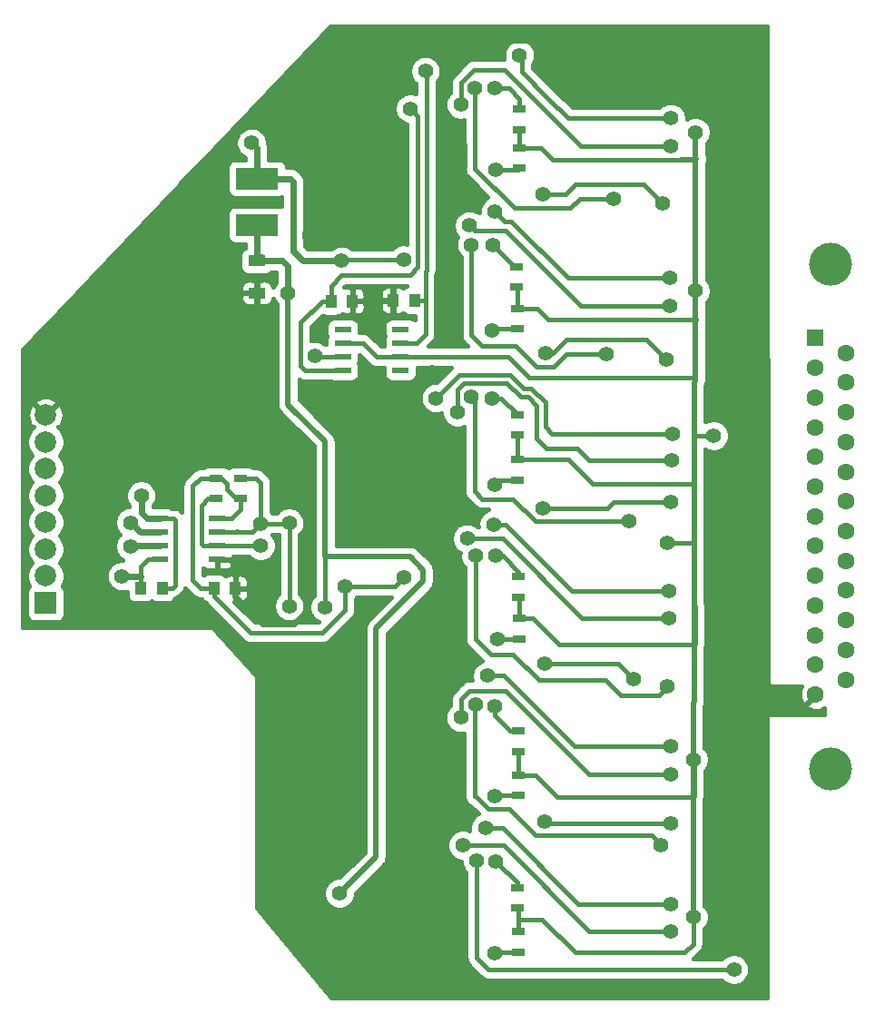
<source format=gbr>
G04 #@! TF.GenerationSoftware,KiCad,Pcbnew,(5.1.2)-1*
G04 #@! TF.CreationDate,2019-12-09T15:06:57+03:00*
G04 #@! TF.ProjectId,DAC_board,4441435f-626f-4617-9264-2e6b69636164,rev?*
G04 #@! TF.SameCoordinates,Original*
G04 #@! TF.FileFunction,Copper,L1,Top*
G04 #@! TF.FilePolarity,Positive*
%FSLAX46Y46*%
G04 Gerber Fmt 4.6, Leading zero omitted, Abs format (unit mm)*
G04 Created by KiCad (PCBNEW (5.1.2)-1) date 2019-12-09 15:06:57*
%MOMM*%
%LPD*%
G04 APERTURE LIST*
%ADD10C,4.000000*%
%ADD11C,1.600000*%
%ADD12R,1.600000X1.600000*%
%ADD13R,1.000000X1.250000*%
%ADD14R,4.000000X2.000000*%
%ADD15R,1.300000X0.700000*%
%ADD16R,1.550000X0.600000*%
%ADD17C,2.000000*%
%ADD18R,2.000000X2.000000*%
%ADD19R,1.600000X1.000000*%
%ADD20C,1.400000*%
%ADD21C,0.400000*%
%ADD22C,0.600000*%
%ADD23C,0.500000*%
G04 APERTURE END LIST*
D10*
X191220000Y-71370000D03*
X191220000Y-118470000D03*
D11*
X192640000Y-110155000D03*
X192640000Y-107385000D03*
X192640000Y-104615000D03*
X192640000Y-101845000D03*
X192640000Y-99075000D03*
X192640000Y-96305000D03*
X192640000Y-93535000D03*
X192640000Y-90765000D03*
X192640000Y-87995000D03*
X192640000Y-85225000D03*
X192640000Y-82455000D03*
X192640000Y-79685000D03*
X189800000Y-111540000D03*
X189800000Y-108770000D03*
X189800000Y-106000000D03*
X189800000Y-103230000D03*
X189800000Y-100460000D03*
X189800000Y-97690000D03*
X189800000Y-94920000D03*
X189800000Y-92150000D03*
X189800000Y-89380000D03*
X189800000Y-86610000D03*
X189800000Y-83840000D03*
X189800000Y-81070000D03*
D12*
X189800000Y-78300000D03*
D13*
X133700000Y-101650000D03*
X135700000Y-101650000D03*
X126850000Y-101600000D03*
X128850000Y-101600000D03*
X152400000Y-74800000D03*
X150400000Y-74800000D03*
X146600000Y-74850000D03*
X144600000Y-74850000D03*
D14*
X137700000Y-63441000D03*
X137700000Y-67759000D03*
D15*
X162200000Y-62450000D03*
X162200000Y-60550000D03*
X162200000Y-56950000D03*
X162200000Y-58850000D03*
X136200000Y-93250000D03*
X136200000Y-91350000D03*
X133850000Y-91350000D03*
X133850000Y-93250000D03*
X162000000Y-77450000D03*
X162000000Y-75550000D03*
X161900000Y-71650000D03*
X161900000Y-73550000D03*
X162000000Y-91550000D03*
X162000000Y-89650000D03*
X162000000Y-85450000D03*
X162000000Y-87350000D03*
X162200000Y-106350000D03*
X162200000Y-104450000D03*
X162100000Y-100550000D03*
X162100000Y-102450000D03*
X162100000Y-120950000D03*
X162100000Y-119050000D03*
X162100000Y-114950000D03*
X162100000Y-116850000D03*
X162100000Y-135550000D03*
X162100000Y-133650000D03*
X162000000Y-129550000D03*
X162000000Y-131450000D03*
D16*
X128600000Y-95145000D03*
X128600000Y-96415000D03*
X128600000Y-97685000D03*
X128600000Y-98955000D03*
X134000000Y-98955000D03*
X134000000Y-97685000D03*
X134000000Y-96415000D03*
X134000000Y-95145000D03*
X145700000Y-77495000D03*
X145700000Y-78765000D03*
X145700000Y-80035000D03*
X145700000Y-81305000D03*
X151100000Y-81305000D03*
X151100000Y-80035000D03*
X151100000Y-78765000D03*
X151100000Y-77495000D03*
D17*
X118000000Y-85490000D03*
X118000000Y-87990000D03*
X118000000Y-90490000D03*
X118000000Y-92990000D03*
X118000000Y-95490000D03*
X118000000Y-97990000D03*
X118000000Y-100490000D03*
D18*
X118000000Y-103000000D03*
D19*
X137700000Y-71100000D03*
X137700000Y-74100000D03*
D20*
X153400000Y-53400000D03*
X142600000Y-68700000D03*
X148500000Y-74850000D03*
X148600000Y-61300000D03*
X167400000Y-50700000D03*
X132100000Y-71400000D03*
X142000000Y-121200000D03*
X142850000Y-127200000D03*
X142400000Y-92700000D03*
X142400000Y-98250000D03*
X155500000Y-77500000D03*
X154000000Y-81500000D03*
X137200000Y-60100000D03*
X151400000Y-71000000D03*
X145600000Y-71100000D03*
X151400000Y-100650000D03*
X145900000Y-101500000D03*
X152000000Y-56900000D03*
X125100000Y-100500000D03*
X126900000Y-93000000D03*
X145400000Y-130100000D03*
X140600000Y-74100000D03*
X144050000Y-103400000D03*
X125900000Y-97700000D03*
X175500000Y-65700000D03*
X164325000Y-64925000D03*
X175900000Y-80300000D03*
X164600000Y-79700000D03*
X164400000Y-94200000D03*
X176300000Y-93600000D03*
X172800000Y-110100000D03*
X164500000Y-108700000D03*
X164500000Y-123400000D03*
X176300000Y-123600000D03*
X158000000Y-55000000D03*
X171000000Y-65300000D03*
X170300000Y-79800000D03*
X157700000Y-69600000D03*
X157700000Y-83800000D03*
X172400000Y-95400000D03*
X176000000Y-110800000D03*
X158100000Y-98600000D03*
X158100000Y-112500000D03*
X175400000Y-125600000D03*
X182200000Y-137200000D03*
X158200000Y-127000000D03*
X162200000Y-51900000D03*
X176300000Y-57800000D03*
X156700000Y-56500000D03*
X176300000Y-60400000D03*
X180300000Y-87400000D03*
X176000000Y-97400000D03*
X178400000Y-132300000D03*
X178400000Y-117600000D03*
X178600000Y-73900000D03*
X178600000Y-59100000D03*
X160000000Y-62600000D03*
X159900000Y-55000000D03*
X140700000Y-103300000D03*
X138050000Y-95600000D03*
X140700000Y-95550000D03*
X138050000Y-97650000D03*
X159900000Y-66500000D03*
X176200000Y-72700000D03*
X157500000Y-67800000D03*
X176200000Y-75300000D03*
X159600000Y-77600000D03*
X159700000Y-69600000D03*
X176500000Y-87200000D03*
X154400000Y-83900000D03*
X176400000Y-89700000D03*
X156400000Y-85200000D03*
X159900000Y-92000000D03*
X159600000Y-83900000D03*
X176100000Y-101900000D03*
X159800000Y-95700000D03*
X176100000Y-104400000D03*
X157300000Y-97000000D03*
X160100000Y-106400000D03*
X160000000Y-98600000D03*
X176300000Y-116400000D03*
X159200000Y-109800000D03*
X176300000Y-119000000D03*
X156700000Y-113700000D03*
X159900000Y-121000000D03*
X159900000Y-112600000D03*
X176300000Y-131100000D03*
X159000000Y-124000000D03*
X176300000Y-133600000D03*
X156900000Y-125600000D03*
X159900000Y-135700000D03*
X160000000Y-127100000D03*
X143100000Y-80000000D03*
X125900000Y-95500000D03*
D21*
X152400000Y-74800000D02*
X153400000Y-74800000D01*
X153400000Y-75150000D02*
X153400000Y-74800000D01*
X153400000Y-74800000D02*
X153400000Y-72100000D01*
X153500000Y-53500000D02*
X153400000Y-53400000D01*
X153500000Y-72000000D02*
X153500000Y-53500000D01*
X153400000Y-72100000D02*
X153500000Y-72000000D01*
X151100000Y-78765000D02*
X152585000Y-78765000D01*
X153400000Y-77950000D02*
X153400000Y-75150000D01*
X152585000Y-78765000D02*
X153400000Y-77950000D01*
D22*
X135700000Y-101650000D02*
X135700000Y-102400000D01*
X142400000Y-103700000D02*
X142400000Y-98250000D01*
X141200000Y-104900000D02*
X142400000Y-103700000D01*
X138200000Y-104900000D02*
X141200000Y-104900000D01*
X135700000Y-102400000D02*
X138200000Y-104900000D01*
D23*
X142600000Y-68700000D02*
X142600000Y-67300000D01*
X142600000Y-67300000D02*
X148600000Y-61300000D01*
D22*
X148600000Y-61300000D02*
X148600000Y-57000000D01*
D21*
X148600000Y-57000000D02*
X148600000Y-57100000D01*
X148600000Y-57100000D02*
X148600000Y-57000000D01*
X146600000Y-74850000D02*
X148500000Y-74850000D01*
X148500000Y-74850000D02*
X150350000Y-74850000D01*
X150350000Y-74850000D02*
X150400000Y-74800000D01*
D22*
X148600000Y-57000000D02*
X149100000Y-57000000D01*
X149100000Y-55200000D02*
X149100000Y-57000000D01*
X153800000Y-50500000D02*
X149100000Y-55200000D01*
X163600000Y-50500000D02*
X153800000Y-50500000D01*
X163800000Y-50700000D02*
X163600000Y-50500000D01*
X167400000Y-50700000D02*
X163800000Y-50700000D01*
D21*
X134000000Y-98955000D02*
X135055000Y-98955000D01*
X135700000Y-99600000D02*
X135700000Y-101650000D01*
X135055000Y-98955000D02*
X135700000Y-99600000D01*
X142000000Y-121450000D02*
X142000000Y-121200000D01*
X142850000Y-127200000D02*
X142850000Y-122300000D01*
X142850000Y-122300000D02*
X142000000Y-121450000D01*
D22*
X142400000Y-98250000D02*
X142400000Y-92700000D01*
X137500000Y-57000000D02*
X148600000Y-57000000D01*
X130700000Y-63800000D02*
X137500000Y-57000000D01*
X130700000Y-70900000D02*
X130700000Y-63800000D01*
X132100000Y-71400000D02*
X131200000Y-71400000D01*
X131200000Y-71400000D02*
X130700000Y-70900000D01*
D21*
X133700000Y-101650000D02*
X133700000Y-102400000D01*
X145900000Y-103700000D02*
X145900000Y-101500000D01*
X143800000Y-105800000D02*
X145900000Y-103700000D01*
X137100000Y-105800000D02*
X143800000Y-105800000D01*
X133700000Y-102400000D02*
X137100000Y-105800000D01*
X133700000Y-101650000D02*
X132450000Y-101650000D01*
X132450000Y-91350000D02*
X133850000Y-91350000D01*
X131700000Y-92100000D02*
X132450000Y-91350000D01*
X131700000Y-100900000D02*
X131700000Y-92100000D01*
X132450000Y-101650000D02*
X131700000Y-100900000D01*
X133850000Y-91350000D02*
X134350000Y-91350000D01*
X134350000Y-91350000D02*
X134900000Y-91900000D01*
X134900000Y-91900000D02*
X134900000Y-92400000D01*
X134900000Y-92400000D02*
X135750000Y-93250000D01*
X135750000Y-93250000D02*
X136200000Y-93250000D01*
D22*
X137700000Y-60600000D02*
X137700000Y-63441000D01*
X137200000Y-60100000D02*
X137700000Y-60600000D01*
X137700000Y-63441000D02*
X140841000Y-63441000D01*
X142000000Y-71100000D02*
X145600000Y-71100000D01*
X141100000Y-70200000D02*
X142000000Y-71100000D01*
X141100000Y-63700000D02*
X141100000Y-70200000D01*
X140841000Y-63441000D02*
X141100000Y-63700000D01*
D21*
X145700000Y-71000000D02*
X151400000Y-71000000D01*
X145700000Y-71000000D02*
X145600000Y-71100000D01*
X134000000Y-95145000D02*
X135305000Y-95145000D01*
X136200000Y-94250000D02*
X136200000Y-93250000D01*
X135305000Y-95145000D02*
X136200000Y-94250000D01*
X151400000Y-100650000D02*
X150550000Y-101500000D01*
X150550000Y-101500000D02*
X145900000Y-101500000D01*
X152700000Y-60850000D02*
X152700000Y-57600000D01*
X152700000Y-57600000D02*
X152000000Y-56900000D01*
X144600000Y-73400000D02*
X144600000Y-74850000D01*
X152700000Y-71700000D02*
X152700000Y-60850000D01*
X152000000Y-72400000D02*
X152700000Y-71700000D01*
X145600000Y-72400000D02*
X152000000Y-72400000D01*
X144600000Y-73400000D02*
X145600000Y-72400000D01*
X145700000Y-81305000D02*
X142155000Y-81305000D01*
X142155000Y-81305000D02*
X141750000Y-80900000D01*
X141750000Y-80900000D02*
X141750000Y-76850000D01*
X141750000Y-76850000D02*
X143750000Y-74850000D01*
X143750000Y-74850000D02*
X144600000Y-74850000D01*
D22*
X125100000Y-100500000D02*
X126850000Y-100500000D01*
X126850000Y-100500000D02*
X126800000Y-100500000D01*
X126800000Y-100500000D02*
X126850000Y-100500000D01*
D21*
X128600000Y-98955000D02*
X127495000Y-98955000D01*
X127495000Y-98955000D02*
X126850000Y-99600000D01*
X126850000Y-99600000D02*
X126850000Y-100500000D01*
X126850000Y-100500000D02*
X126850000Y-101600000D01*
X128850000Y-101600000D02*
X129800000Y-101600000D01*
X129800000Y-101600000D02*
X130050000Y-101350000D01*
X130050000Y-101350000D02*
X130050000Y-95300000D01*
X130050000Y-95300000D02*
X129895000Y-95145000D01*
X129895000Y-95145000D02*
X128600000Y-95145000D01*
D22*
X127445000Y-95145000D02*
X128600000Y-95145000D01*
X126900000Y-94600000D02*
X126900000Y-93000000D01*
X127445000Y-95145000D02*
X126900000Y-94600000D01*
D23*
X152000000Y-98700000D02*
X144050000Y-98700000D01*
X153200000Y-99900000D02*
X152000000Y-98700000D01*
X153200000Y-101000000D02*
X153200000Y-99900000D01*
X148800000Y-105400000D02*
X153200000Y-101000000D01*
X148800000Y-126700000D02*
X148800000Y-105400000D01*
X145400000Y-130100000D02*
X148800000Y-126700000D01*
D22*
X137700000Y-71100000D02*
X140100000Y-71100000D01*
X140100000Y-71100000D02*
X140600000Y-71600000D01*
X140600000Y-71600000D02*
X140600000Y-74100000D01*
D23*
X144000000Y-87900000D02*
X144050000Y-87950000D01*
X144050000Y-95500000D02*
X144050000Y-98700000D01*
X140600000Y-84500000D02*
X144000000Y-87900000D01*
X140600000Y-75700000D02*
X140600000Y-84500000D01*
X144050000Y-87950000D02*
X144050000Y-95500000D01*
X140600000Y-74100000D02*
X140600000Y-75700000D01*
D21*
X144050000Y-98700000D02*
X144050000Y-103400000D01*
D22*
X138100000Y-70700000D02*
X137700000Y-71100000D01*
X137700000Y-67759000D02*
X137700000Y-71100000D01*
X128600000Y-97685000D02*
X125915000Y-97685000D01*
D21*
X166375000Y-64925000D02*
X166475000Y-64925000D01*
X166375000Y-64925000D02*
X164325000Y-64925000D01*
X173800000Y-64000000D02*
X175500000Y-65700000D01*
X167400000Y-64000000D02*
X173800000Y-64000000D01*
X166475000Y-64925000D02*
X167400000Y-64000000D01*
X164325000Y-64925000D02*
X164400000Y-65000000D01*
X166600000Y-78400000D02*
X174000000Y-78400000D01*
X165300000Y-79700000D02*
X164600000Y-79700000D01*
X165300000Y-79700000D02*
X166600000Y-78400000D01*
X174000000Y-78400000D02*
X175900000Y-80300000D01*
X164600000Y-79700000D02*
X164700000Y-79700000D01*
X164400000Y-94200000D02*
X170400000Y-94200000D01*
X171000000Y-93600000D02*
X176300000Y-93600000D01*
X170400000Y-94200000D02*
X171000000Y-93600000D01*
X171400000Y-108700000D02*
X172800000Y-110100000D01*
X164500000Y-108700000D02*
X171400000Y-108700000D01*
X164500000Y-123400000D02*
X164700000Y-123600000D01*
X164700000Y-123600000D02*
X176300000Y-123600000D01*
X158050000Y-62550000D02*
X158025000Y-62525000D01*
X166200000Y-66200000D02*
X166900000Y-66200000D01*
X158025000Y-62525000D02*
X161700000Y-66200000D01*
X161700000Y-66200000D02*
X166200000Y-66200000D01*
X167800000Y-65300000D02*
X171000000Y-65300000D01*
X166900000Y-66200000D02*
X167800000Y-65300000D01*
X158000000Y-55000000D02*
X158050000Y-62550000D01*
X158000000Y-55000000D02*
X157975000Y-55025000D01*
X157700000Y-77800000D02*
X157700000Y-78000000D01*
X166600000Y-79800000D02*
X170300000Y-79800000D01*
X165400000Y-81000000D02*
X166600000Y-79800000D01*
X157700000Y-69600000D02*
X157700000Y-77800000D01*
X163800000Y-81000000D02*
X165400000Y-81000000D01*
X161800000Y-79000000D02*
X163800000Y-81000000D01*
X158700000Y-79000000D02*
X161800000Y-79000000D01*
X157700000Y-78000000D02*
X158700000Y-79000000D01*
X158000000Y-92100000D02*
X158000000Y-92600000D01*
X158000000Y-84100000D02*
X158000000Y-92100000D01*
X157700000Y-83800000D02*
X158000000Y-84100000D01*
X163700000Y-95400000D02*
X172400000Y-95400000D01*
X161600000Y-93300000D02*
X163700000Y-95400000D01*
X158700000Y-93300000D02*
X161600000Y-93300000D01*
X158000000Y-92600000D02*
X158700000Y-93300000D01*
X172300000Y-95500000D02*
X172400000Y-95400000D01*
X158100000Y-106300000D02*
X158100000Y-106400000D01*
X175200000Y-111600000D02*
X176000000Y-110800000D01*
X158100000Y-98600000D02*
X158100000Y-106300000D01*
X171600000Y-111600000D02*
X173500000Y-111600000D01*
X170200000Y-110200000D02*
X171600000Y-111600000D01*
X173500000Y-111600000D02*
X175200000Y-111600000D01*
X164000000Y-110200000D02*
X170200000Y-110200000D01*
X161600000Y-107800000D02*
X164000000Y-110200000D01*
X159500000Y-107800000D02*
X161600000Y-107800000D01*
X158100000Y-106400000D02*
X159500000Y-107800000D01*
X158000000Y-121000000D02*
X158000000Y-120900000D01*
X158000000Y-112600000D02*
X158000000Y-121000000D01*
X158100000Y-112500000D02*
X158000000Y-112600000D01*
X174500000Y-124700000D02*
X175400000Y-125600000D01*
X163700000Y-124700000D02*
X174500000Y-124700000D01*
X161200000Y-122200000D02*
X163700000Y-124700000D01*
X159300000Y-122200000D02*
X161200000Y-122200000D01*
X158000000Y-120900000D02*
X159300000Y-122200000D01*
X159300000Y-137200000D02*
X182200000Y-137200000D01*
X158200000Y-136100000D02*
X159300000Y-137200000D01*
X158200000Y-135000000D02*
X158200000Y-136100000D01*
X158200000Y-127000000D02*
X158200000Y-135000000D01*
X164800000Y-55900000D02*
X162400000Y-53500000D01*
X162400000Y-53500000D02*
X162400000Y-52100000D01*
X162400000Y-52100000D02*
X162200000Y-51900000D01*
X176300000Y-57800000D02*
X166700000Y-57800000D01*
X166700000Y-57800000D02*
X164800000Y-55900000D01*
X160800000Y-53300000D02*
X157900000Y-53300000D01*
X157900000Y-53300000D02*
X156700000Y-54500000D01*
X156700000Y-54500000D02*
X156700000Y-56500000D01*
X167900000Y-60400000D02*
X161200000Y-53700000D01*
X176300000Y-60400000D02*
X167900000Y-60400000D01*
X161200000Y-53700000D02*
X160800000Y-53300000D01*
X151100000Y-80035000D02*
X161135000Y-80035000D01*
X163100000Y-82000000D02*
X178600000Y-82000000D01*
X161135000Y-80035000D02*
X163100000Y-82000000D01*
X178600000Y-82000000D02*
X178500000Y-82000000D01*
X178500000Y-82000000D02*
X178600000Y-82000000D01*
X145700000Y-78765000D02*
X147565000Y-78765000D01*
X148835000Y-80035000D02*
X151100000Y-80035000D01*
X147565000Y-78765000D02*
X148835000Y-80035000D01*
X180300000Y-87400000D02*
X178500000Y-87400000D01*
X176000000Y-97400000D02*
X178500000Y-97400000D01*
D23*
X178400000Y-117600000D02*
X178400000Y-122800000D01*
X178400000Y-126400000D02*
X178400000Y-132300000D01*
X178400000Y-126400000D02*
X178400000Y-126400000D01*
X178400000Y-122800000D02*
X178400000Y-126400000D01*
X178400000Y-122800000D02*
X178400000Y-122800000D01*
X178500000Y-103200000D02*
X178500000Y-108800000D01*
X178400000Y-112300000D02*
X178400000Y-117600000D01*
X178500000Y-112200000D02*
X178400000Y-112300000D01*
X178500000Y-108800000D02*
X178500000Y-112200000D01*
X178500000Y-108800000D02*
X178500000Y-108800000D01*
D21*
X162100000Y-119050000D02*
X163650000Y-119050000D01*
X178500000Y-117700000D02*
X178400000Y-117600000D01*
X178500000Y-117700000D02*
X178500000Y-121000000D01*
X178500000Y-121000000D02*
X178400000Y-121100000D01*
X178400000Y-121100000D02*
X165700000Y-121100000D01*
X165700000Y-121100000D02*
X163650000Y-119050000D01*
D23*
X178500000Y-88600000D02*
X178500000Y-93300000D01*
X178500000Y-93300000D02*
X178500000Y-93300000D01*
X178500000Y-93300000D02*
X178500000Y-96000000D01*
X178500000Y-96000000D02*
X178500000Y-96000000D01*
X178500000Y-96000000D02*
X178500000Y-97400000D01*
X178500000Y-97400000D02*
X178500000Y-103200000D01*
D21*
X162200000Y-104450000D02*
X163450000Y-104450000D01*
X165900000Y-106900000D02*
X163450000Y-104450000D01*
X178500000Y-106900000D02*
X165900000Y-106900000D01*
X178600000Y-106800000D02*
X178500000Y-106900000D01*
X178600000Y-103300000D02*
X178600000Y-106800000D01*
X178600000Y-103300000D02*
X178500000Y-103200000D01*
D23*
X177200000Y-61700000D02*
X178600000Y-61700000D01*
D21*
X177200000Y-61700000D02*
X165300000Y-61700000D01*
X165300000Y-61700000D02*
X164150000Y-60550000D01*
X162200000Y-60550000D02*
X164150000Y-60550000D01*
D23*
X178700000Y-61600000D02*
X178600000Y-61600000D01*
X178600000Y-61700000D02*
X178700000Y-61600000D01*
D21*
X178600000Y-76600000D02*
X177000000Y-76600000D01*
X177000000Y-76600000D02*
X164900000Y-76600000D01*
X164900000Y-76600000D02*
X163850000Y-75550000D01*
X163850000Y-75550000D02*
X162000000Y-75550000D01*
X178600000Y-76600000D02*
X178700000Y-76600000D01*
X178700000Y-76600000D02*
X178600000Y-76600000D01*
D23*
X178500000Y-88600000D02*
X178500000Y-87400000D01*
X178500000Y-87400000D02*
X178500000Y-82400000D01*
X178500000Y-82400000D02*
X178600000Y-82300000D01*
X178600000Y-82300000D02*
X178600000Y-82000000D01*
X178600000Y-78000000D02*
X178600000Y-76600000D01*
X178600000Y-78000000D02*
X178600000Y-78000000D01*
X178600000Y-82000000D02*
X178600000Y-78000000D01*
X178600000Y-76600000D02*
X178600000Y-73900000D01*
X178600000Y-59100000D02*
X178600000Y-61600000D01*
X178600000Y-61600000D02*
X178600000Y-62700000D01*
X178600000Y-62700000D02*
X178600000Y-62700000D01*
X178600000Y-62700000D02*
X178600000Y-68600000D01*
X178600000Y-68600000D02*
X178600000Y-68600000D01*
X178600000Y-68600000D02*
X178600000Y-73900000D01*
D21*
X162000000Y-89650000D02*
X166750000Y-89650000D01*
X166750000Y-89650000D02*
X169000000Y-91900000D01*
X169000000Y-91900000D02*
X178500000Y-91900000D01*
X178500000Y-91900000D02*
X178500000Y-91900000D01*
X178500000Y-91900000D02*
X178500000Y-88600000D01*
X162100000Y-131550000D02*
X162000000Y-131450000D01*
X162100000Y-119050000D02*
X162100000Y-116850000D01*
X162200000Y-104450000D02*
X162200000Y-102550000D01*
X162200000Y-102550000D02*
X162100000Y-102450000D01*
X162000000Y-89650000D02*
X162000000Y-87350000D01*
X178600000Y-75000000D02*
X178600000Y-73900000D01*
X162000000Y-75550000D02*
X162000000Y-73650000D01*
X162000000Y-73650000D02*
X161900000Y-73550000D01*
X162200000Y-58850000D02*
X162200000Y-60550000D01*
X178600000Y-59100000D02*
X178600000Y-60300000D01*
X162300000Y-60450000D02*
X162200000Y-60550000D01*
X162100000Y-132500000D02*
X164300000Y-132500000D01*
X162100000Y-132500000D02*
X162100000Y-131550000D01*
X162100000Y-133650000D02*
X162100000Y-132500000D01*
X164300000Y-132500000D02*
X167400000Y-135600000D01*
X167400000Y-135600000D02*
X177600000Y-135600000D01*
X178400000Y-134800000D02*
X178400000Y-132300000D01*
X177600000Y-135600000D02*
X178400000Y-134800000D01*
X162050000Y-62600000D02*
X160000000Y-62600000D01*
X162050000Y-62600000D02*
X162200000Y-62450000D01*
X159900000Y-55000000D02*
X161200000Y-55000000D01*
X162200000Y-56000000D02*
X162200000Y-56950000D01*
X161200000Y-55000000D02*
X162200000Y-56000000D01*
X140700000Y-95550000D02*
X140700000Y-103300000D01*
X136200000Y-91350000D02*
X137600000Y-91350000D01*
X138050000Y-91800000D02*
X138050000Y-95600000D01*
X137600000Y-91350000D02*
X138050000Y-91800000D01*
X135800000Y-96415000D02*
X135800000Y-96300000D01*
X135800000Y-96300000D02*
X135800000Y-96415000D01*
X134000000Y-96415000D02*
X135800000Y-96415000D01*
X135800000Y-96415000D02*
X137235000Y-96415000D01*
X137235000Y-96415000D02*
X138050000Y-95600000D01*
X140650000Y-95600000D02*
X138050000Y-95600000D01*
X140700000Y-95550000D02*
X140650000Y-95600000D01*
X133850000Y-93250000D02*
X133150000Y-93250000D01*
X132685000Y-97685000D02*
X134000000Y-97685000D01*
X132500000Y-97500000D02*
X132685000Y-97685000D01*
X132500000Y-93900000D02*
X132500000Y-97500000D01*
X133150000Y-93250000D02*
X132500000Y-93900000D01*
X134000000Y-97685000D02*
X138015000Y-97685000D01*
X138015000Y-97685000D02*
X138050000Y-97650000D01*
X160800000Y-67400000D02*
X159900000Y-66500000D01*
X176200000Y-72700000D02*
X166700000Y-72700000D01*
X166700000Y-72700000D02*
X161400000Y-67400000D01*
X161400000Y-67400000D02*
X160800000Y-67400000D01*
X158000000Y-68300000D02*
X157500000Y-67800000D01*
X176200000Y-75300000D02*
X167900000Y-75300000D01*
X167900000Y-75300000D02*
X160900000Y-68300000D01*
X160900000Y-68300000D02*
X158000000Y-68300000D01*
X159750000Y-77450000D02*
X162000000Y-77450000D01*
X159600000Y-77600000D02*
X159750000Y-77450000D01*
X161900000Y-71650000D02*
X161750000Y-71650000D01*
X161750000Y-71650000D02*
X159700000Y-69600000D01*
X167400000Y-87200000D02*
X165200000Y-87200000D01*
X176500000Y-87200000D02*
X167400000Y-87200000D01*
X156600000Y-81700000D02*
X154400000Y-83900000D01*
X161300000Y-81700000D02*
X156600000Y-81700000D01*
X162600000Y-83000000D02*
X161300000Y-81700000D01*
X163300000Y-83000000D02*
X162600000Y-83000000D01*
X164600000Y-84300000D02*
X163300000Y-83000000D01*
X164600000Y-86600000D02*
X164600000Y-84300000D01*
X165200000Y-87200000D02*
X164600000Y-86600000D01*
X162300000Y-83800000D02*
X163000000Y-83800000D01*
X176400000Y-89700000D02*
X168700000Y-89700000D01*
X160800000Y-82500000D02*
X161000000Y-82500000D01*
X161000000Y-82500000D02*
X162300000Y-83800000D01*
X156400000Y-83100000D02*
X156400000Y-85200000D01*
X157000000Y-82500000D02*
X156400000Y-83100000D01*
X157000000Y-82500000D02*
X160800000Y-82500000D01*
X167600000Y-88600000D02*
X168700000Y-89700000D01*
X164700000Y-88600000D02*
X167600000Y-88600000D01*
X163800000Y-87700000D02*
X164700000Y-88600000D01*
X163800000Y-84600000D02*
X163800000Y-87700000D01*
X163000000Y-83800000D02*
X163800000Y-84600000D01*
X160350000Y-91550000D02*
X162000000Y-91550000D01*
X159900000Y-92000000D02*
X160350000Y-91550000D01*
X160500000Y-83900000D02*
X159600000Y-83900000D01*
X160500000Y-83900000D02*
X162000000Y-85400000D01*
X162000000Y-85450000D02*
X162000000Y-85400000D01*
X176100000Y-101900000D02*
X167100000Y-101900000D01*
X160900000Y-95700000D02*
X159800000Y-95700000D01*
X167100000Y-101900000D02*
X160900000Y-95700000D01*
X176100000Y-104400000D02*
X168000000Y-104400000D01*
X160600000Y-97000000D02*
X157300000Y-97000000D01*
X168000000Y-104400000D02*
X160600000Y-97000000D01*
X162200000Y-106350000D02*
X160150000Y-106350000D01*
X160150000Y-106350000D02*
X160100000Y-106400000D01*
X162100000Y-100550000D02*
X162100000Y-100100000D01*
X160600000Y-98600000D02*
X160000000Y-98600000D01*
X162100000Y-100100000D02*
X160600000Y-98600000D01*
X176300000Y-116400000D02*
X167300000Y-116400000D01*
X160700000Y-109800000D02*
X159200000Y-109800000D01*
X167300000Y-116400000D02*
X160700000Y-109800000D01*
X176300000Y-119000000D02*
X168700000Y-119000000D01*
X156700000Y-112000000D02*
X156700000Y-113700000D01*
X157500000Y-111200000D02*
X156700000Y-112000000D01*
X160900000Y-111200000D02*
X157500000Y-111200000D01*
X168700000Y-119000000D02*
X160900000Y-111200000D01*
X162100000Y-120950000D02*
X159950000Y-120950000D01*
X159950000Y-120950000D02*
X159900000Y-121000000D01*
X161350000Y-114950000D02*
X159900000Y-113500000D01*
X159900000Y-113500000D02*
X159900000Y-112600000D01*
X162100000Y-114950000D02*
X161350000Y-114950000D01*
X176300000Y-131100000D02*
X167700000Y-131100000D01*
X160600000Y-124000000D02*
X159000000Y-124000000D01*
X167700000Y-131100000D02*
X160600000Y-124000000D01*
X176300000Y-133600000D02*
X168700000Y-133600000D01*
X160700000Y-125600000D02*
X156900000Y-125600000D01*
X168700000Y-133600000D02*
X160700000Y-125600000D01*
X162100000Y-135550000D02*
X160050000Y-135550000D01*
X160050000Y-135550000D02*
X159900000Y-135700000D01*
X162000000Y-129550000D02*
X162000000Y-129100000D01*
X162000000Y-129100000D02*
X160000000Y-127100000D01*
X145700000Y-80035000D02*
X143135000Y-80035000D01*
X143135000Y-80035000D02*
X143100000Y-80000000D01*
D22*
X126815000Y-96415000D02*
X125900000Y-95500000D01*
X126815000Y-96415000D02*
X128600000Y-96415000D01*
D21*
G36*
X185400000Y-110600325D02*
G01*
X185403907Y-110639336D01*
X185415349Y-110676837D01*
X185433887Y-110711384D01*
X185458808Y-110741651D01*
X185489156Y-110766474D01*
X185523763Y-110784900D01*
X185561300Y-110796220D01*
X185600000Y-110800000D01*
X188485759Y-110800000D01*
X188402159Y-110955048D01*
X188314900Y-111238993D01*
X188284713Y-111534506D01*
X188312756Y-111830229D01*
X188397954Y-112114799D01*
X188537032Y-112377279D01*
X188543137Y-112386417D01*
X188816268Y-112447364D01*
X189723632Y-111540000D01*
X189709490Y-111525858D01*
X189785858Y-111449490D01*
X189800000Y-111463632D01*
X189814142Y-111449490D01*
X189890510Y-111525858D01*
X189876368Y-111540000D01*
X189890510Y-111554142D01*
X189814142Y-111630510D01*
X189800000Y-111616368D01*
X188892636Y-112523732D01*
X188953583Y-112796863D01*
X189215048Y-112937841D01*
X189498993Y-113025100D01*
X189794506Y-113055287D01*
X190090229Y-113027244D01*
X190374799Y-112942046D01*
X190600000Y-112822721D01*
X190600000Y-113400000D01*
X185500000Y-113400000D01*
X185460982Y-113403843D01*
X185423463Y-113415224D01*
X185388886Y-113433706D01*
X185358579Y-113458579D01*
X185333706Y-113488886D01*
X185315224Y-113523463D01*
X185303843Y-113560982D01*
X185300000Y-113600000D01*
X185300000Y-139800000D01*
X144594384Y-139800000D01*
X137700000Y-131428247D01*
X137700000Y-110000000D01*
X137696157Y-109960982D01*
X137684776Y-109923463D01*
X137666294Y-109888886D01*
X137649482Y-109867127D01*
X133649482Y-105367127D01*
X133620687Y-105340518D01*
X133587255Y-105320037D01*
X133550469Y-105306473D01*
X133500000Y-105300000D01*
X115875000Y-105300000D01*
X115875000Y-102000000D01*
X116196130Y-102000000D01*
X116196130Y-104000000D01*
X116211576Y-104156827D01*
X116257321Y-104307628D01*
X116331607Y-104446606D01*
X116431578Y-104568422D01*
X116553394Y-104668393D01*
X116692372Y-104742679D01*
X116843173Y-104788424D01*
X117000000Y-104803870D01*
X119000000Y-104803870D01*
X119156827Y-104788424D01*
X119307628Y-104742679D01*
X119446606Y-104668393D01*
X119568422Y-104568422D01*
X119668393Y-104446606D01*
X119742679Y-104307628D01*
X119788424Y-104156827D01*
X119803870Y-104000000D01*
X119803870Y-102000000D01*
X119788424Y-101843173D01*
X119742679Y-101692372D01*
X119668393Y-101553394D01*
X119568422Y-101431578D01*
X119547288Y-101414234D01*
X119595139Y-101342620D01*
X119730827Y-101015041D01*
X119800000Y-100667284D01*
X119800000Y-100352263D01*
X123600000Y-100352263D01*
X123600000Y-100647737D01*
X123657644Y-100937534D01*
X123770717Y-101210517D01*
X123934874Y-101456194D01*
X124143806Y-101665126D01*
X124389483Y-101829283D01*
X124662466Y-101942356D01*
X124952263Y-102000000D01*
X125247737Y-102000000D01*
X125537534Y-101942356D01*
X125546130Y-101938795D01*
X125546130Y-102225000D01*
X125561576Y-102381827D01*
X125607321Y-102532628D01*
X125681607Y-102671606D01*
X125781578Y-102793422D01*
X125903394Y-102893393D01*
X126042372Y-102967679D01*
X126193173Y-103013424D01*
X126350000Y-103028870D01*
X127350000Y-103028870D01*
X127506827Y-103013424D01*
X127657628Y-102967679D01*
X127796606Y-102893393D01*
X127850000Y-102849574D01*
X127903394Y-102893393D01*
X128042372Y-102967679D01*
X128193173Y-103013424D01*
X128350000Y-103028870D01*
X129350000Y-103028870D01*
X129506827Y-103013424D01*
X129657628Y-102967679D01*
X129796606Y-102893393D01*
X129918422Y-102793422D01*
X130018393Y-102671606D01*
X130077633Y-102560777D01*
X130184535Y-102528349D01*
X130358258Y-102435492D01*
X130510528Y-102310528D01*
X130541849Y-102272363D01*
X130722363Y-102091849D01*
X130760528Y-102060528D01*
X130885492Y-101908258D01*
X130978349Y-101734535D01*
X131010685Y-101627937D01*
X131027637Y-101641849D01*
X131708155Y-102322368D01*
X131739472Y-102360528D01*
X131891742Y-102485492D01*
X132065465Y-102578349D01*
X132253966Y-102635530D01*
X132400880Y-102650000D01*
X132400881Y-102650000D01*
X132449999Y-102654838D01*
X132493622Y-102650541D01*
X132531607Y-102721606D01*
X132631578Y-102843422D01*
X132753394Y-102943393D01*
X132892372Y-103017679D01*
X132920203Y-103026121D01*
X132989473Y-103110528D01*
X133027632Y-103141844D01*
X136358155Y-106472368D01*
X136389472Y-106510528D01*
X136541742Y-106635492D01*
X136715465Y-106728349D01*
X136903966Y-106785530D01*
X137050880Y-106800000D01*
X137050881Y-106800000D01*
X137099999Y-106804838D01*
X137149117Y-106800000D01*
X143750880Y-106800000D01*
X143800000Y-106804838D01*
X143849120Y-106800000D01*
X143996034Y-106785530D01*
X144184535Y-106728349D01*
X144358258Y-106635492D01*
X144510528Y-106510528D01*
X144541849Y-106472363D01*
X146572374Y-104441840D01*
X146610528Y-104410528D01*
X146735492Y-104258258D01*
X146828349Y-104084535D01*
X146885530Y-103896034D01*
X146900000Y-103749120D01*
X146900000Y-103749111D01*
X146904837Y-103700001D01*
X146900000Y-103650891D01*
X146900000Y-102621320D01*
X147021320Y-102500000D01*
X150215077Y-102500000D01*
X148094010Y-104621067D01*
X148053947Y-104653946D01*
X148021068Y-104694009D01*
X148021067Y-104694010D01*
X147922733Y-104813829D01*
X147825233Y-104996239D01*
X147796952Y-105089472D01*
X147765194Y-105194164D01*
X147761124Y-105235491D01*
X147744921Y-105400000D01*
X147750001Y-105451578D01*
X147750000Y-126265075D01*
X145415077Y-128600000D01*
X145252263Y-128600000D01*
X144962466Y-128657644D01*
X144689483Y-128770717D01*
X144443806Y-128934874D01*
X144234874Y-129143806D01*
X144070717Y-129389483D01*
X143957644Y-129662466D01*
X143900000Y-129952263D01*
X143900000Y-130247737D01*
X143957644Y-130537534D01*
X144070717Y-130810517D01*
X144234874Y-131056194D01*
X144443806Y-131265126D01*
X144689483Y-131429283D01*
X144962466Y-131542356D01*
X145252263Y-131600000D01*
X145547737Y-131600000D01*
X145837534Y-131542356D01*
X146110517Y-131429283D01*
X146356194Y-131265126D01*
X146565126Y-131056194D01*
X146729283Y-130810517D01*
X146842356Y-130537534D01*
X146900000Y-130247737D01*
X146900000Y-130084923D01*
X149505997Y-127478928D01*
X149546054Y-127446054D01*
X149578928Y-127405997D01*
X149578933Y-127405992D01*
X149677266Y-127286172D01*
X149774767Y-127103762D01*
X149793394Y-127042356D01*
X149834807Y-126905836D01*
X149850000Y-126751578D01*
X149850000Y-126751569D01*
X149855079Y-126700001D01*
X149850000Y-126648433D01*
X149850000Y-105834923D01*
X153905991Y-101778933D01*
X153946054Y-101746054D01*
X153987105Y-101696034D01*
X154077267Y-101586171D01*
X154174767Y-101403762D01*
X154234807Y-101205836D01*
X154236419Y-101189472D01*
X154250000Y-101051578D01*
X154250000Y-101051571D01*
X154255079Y-101000000D01*
X154250000Y-100948429D01*
X154250000Y-99951567D01*
X154255079Y-99899999D01*
X154250000Y-99848431D01*
X154250000Y-99848422D01*
X154234807Y-99694164D01*
X154174767Y-99496238D01*
X154077267Y-99313829D01*
X154028987Y-99255000D01*
X153978933Y-99194008D01*
X153978928Y-99194003D01*
X153946054Y-99153946D01*
X153905996Y-99121071D01*
X152778937Y-97994014D01*
X152746054Y-97953946D01*
X152586171Y-97822733D01*
X152403762Y-97725233D01*
X152205836Y-97665193D01*
X152051578Y-97650000D01*
X152051568Y-97650000D01*
X152000000Y-97644921D01*
X151948432Y-97650000D01*
X145100000Y-97650000D01*
X145100000Y-88001571D01*
X145105079Y-87950000D01*
X145100000Y-87898430D01*
X145100000Y-87898422D01*
X145084807Y-87744164D01*
X145024767Y-87546238D01*
X144927267Y-87363829D01*
X144796054Y-87203946D01*
X144755997Y-87171072D01*
X141650000Y-84065077D01*
X141650000Y-82168959D01*
X141770465Y-82233349D01*
X141958966Y-82290530D01*
X142105880Y-82305000D01*
X142105889Y-82305000D01*
X142154999Y-82309837D01*
X142204109Y-82305000D01*
X144537526Y-82305000D01*
X144617372Y-82347679D01*
X144768173Y-82393424D01*
X144925000Y-82408870D01*
X146475000Y-82408870D01*
X146631827Y-82393424D01*
X146782628Y-82347679D01*
X146921606Y-82273393D01*
X147043422Y-82173422D01*
X147143393Y-82051606D01*
X147217679Y-81912628D01*
X147263424Y-81761827D01*
X147278870Y-81605000D01*
X147278870Y-81005000D01*
X147263424Y-80848173D01*
X147217679Y-80697372D01*
X147203048Y-80670000D01*
X147217679Y-80642628D01*
X147263424Y-80491827D01*
X147278870Y-80335000D01*
X147278870Y-79893082D01*
X148093155Y-80707368D01*
X148124472Y-80745528D01*
X148276742Y-80870492D01*
X148450465Y-80963349D01*
X148638966Y-81020530D01*
X148785880Y-81035000D01*
X148785881Y-81035000D01*
X148834999Y-81039838D01*
X148884117Y-81035000D01*
X149521130Y-81035000D01*
X149521130Y-81605000D01*
X149536576Y-81761827D01*
X149582321Y-81912628D01*
X149656607Y-82051606D01*
X149756578Y-82173422D01*
X149878394Y-82273393D01*
X150017372Y-82347679D01*
X150168173Y-82393424D01*
X150325000Y-82408870D01*
X151875000Y-82408870D01*
X152031827Y-82393424D01*
X152182628Y-82347679D01*
X152321606Y-82273393D01*
X152443422Y-82173422D01*
X152543393Y-82051606D01*
X152617679Y-81912628D01*
X152663424Y-81761827D01*
X152678870Y-81605000D01*
X152678870Y-81035000D01*
X155850787Y-81035000D01*
X154485788Y-82400000D01*
X154252263Y-82400000D01*
X153962466Y-82457644D01*
X153689483Y-82570717D01*
X153443806Y-82734874D01*
X153234874Y-82943806D01*
X153070717Y-83189483D01*
X152957644Y-83462466D01*
X152900000Y-83752263D01*
X152900000Y-84047737D01*
X152957644Y-84337534D01*
X153070717Y-84610517D01*
X153234874Y-84856194D01*
X153443806Y-85065126D01*
X153689483Y-85229283D01*
X153962466Y-85342356D01*
X154252263Y-85400000D01*
X154547737Y-85400000D01*
X154837534Y-85342356D01*
X154900000Y-85316482D01*
X154900000Y-85347737D01*
X154957644Y-85637534D01*
X155070717Y-85910517D01*
X155234874Y-86156194D01*
X155443806Y-86365126D01*
X155689483Y-86529283D01*
X155962466Y-86642356D01*
X156252263Y-86700000D01*
X156547737Y-86700000D01*
X156837534Y-86642356D01*
X157000000Y-86575060D01*
X157000001Y-92050871D01*
X157000000Y-92050881D01*
X157000000Y-92550880D01*
X156995162Y-92600000D01*
X157008507Y-92735491D01*
X157014470Y-92796034D01*
X157071651Y-92984535D01*
X157164509Y-93158258D01*
X157289473Y-93310528D01*
X157327632Y-93341844D01*
X157958159Y-93972373D01*
X157989472Y-94010528D01*
X158141742Y-94135492D01*
X158315465Y-94228349D01*
X158503966Y-94285530D01*
X158650880Y-94300000D01*
X158650889Y-94300000D01*
X158699999Y-94304837D01*
X158749109Y-94300000D01*
X159260209Y-94300000D01*
X159089483Y-94370717D01*
X158843806Y-94534874D01*
X158634874Y-94743806D01*
X158470717Y-94989483D01*
X158357644Y-95262466D01*
X158300000Y-95552263D01*
X158300000Y-95847737D01*
X158307683Y-95886363D01*
X158256194Y-95834874D01*
X158010517Y-95670717D01*
X157737534Y-95557644D01*
X157447737Y-95500000D01*
X157152263Y-95500000D01*
X156862466Y-95557644D01*
X156589483Y-95670717D01*
X156343806Y-95834874D01*
X156134874Y-96043806D01*
X155970717Y-96289483D01*
X155857644Y-96562466D01*
X155800000Y-96852263D01*
X155800000Y-97147737D01*
X155857644Y-97437534D01*
X155970717Y-97710517D01*
X156134874Y-97956194D01*
X156343806Y-98165126D01*
X156589483Y-98329283D01*
X156621800Y-98342669D01*
X156600000Y-98452263D01*
X156600000Y-98747737D01*
X156657644Y-99037534D01*
X156770717Y-99310517D01*
X156934874Y-99556194D01*
X157100000Y-99721320D01*
X157100001Y-106250871D01*
X157100000Y-106250881D01*
X157100000Y-106350880D01*
X157095162Y-106400000D01*
X157100000Y-106449119D01*
X157100000Y-106449120D01*
X157114470Y-106596034D01*
X157171651Y-106784535D01*
X157264508Y-106958258D01*
X157389472Y-107110528D01*
X157427637Y-107141849D01*
X158678296Y-108392508D01*
X158489483Y-108470717D01*
X158243806Y-108634874D01*
X158034874Y-108843806D01*
X157870717Y-109089483D01*
X157757644Y-109362466D01*
X157700000Y-109652263D01*
X157700000Y-109947737D01*
X157750178Y-110200000D01*
X157549120Y-110200000D01*
X157500000Y-110195162D01*
X157450880Y-110200000D01*
X157303966Y-110214470D01*
X157115465Y-110271651D01*
X156941742Y-110364508D01*
X156789472Y-110489472D01*
X156758155Y-110527632D01*
X156027637Y-111258151D01*
X155989472Y-111289472D01*
X155864508Y-111441742D01*
X155782504Y-111595162D01*
X155771651Y-111615466D01*
X155714470Y-111803966D01*
X155695162Y-112000000D01*
X155700000Y-112049121D01*
X155700000Y-112578680D01*
X155534874Y-112743806D01*
X155370717Y-112989483D01*
X155257644Y-113262466D01*
X155200000Y-113552263D01*
X155200000Y-113847737D01*
X155257644Y-114137534D01*
X155370717Y-114410517D01*
X155534874Y-114656194D01*
X155743806Y-114865126D01*
X155989483Y-115029283D01*
X156262466Y-115142356D01*
X156552263Y-115200000D01*
X156847737Y-115200000D01*
X157000000Y-115169713D01*
X157000001Y-120850870D01*
X156995162Y-120900000D01*
X157000000Y-120949120D01*
X157000000Y-121049119D01*
X157014470Y-121196033D01*
X157071651Y-121384534D01*
X157164508Y-121558258D01*
X157289472Y-121710528D01*
X157441742Y-121835492D01*
X157612611Y-121926823D01*
X158336874Y-122651087D01*
X158289483Y-122670717D01*
X158043806Y-122834874D01*
X157834874Y-123043806D01*
X157670717Y-123289483D01*
X157557644Y-123562466D01*
X157500000Y-123852263D01*
X157500000Y-124147737D01*
X157516735Y-124231871D01*
X157337534Y-124157644D01*
X157047737Y-124100000D01*
X156752263Y-124100000D01*
X156462466Y-124157644D01*
X156189483Y-124270717D01*
X155943806Y-124434874D01*
X155734874Y-124643806D01*
X155570717Y-124889483D01*
X155457644Y-125162466D01*
X155400000Y-125452263D01*
X155400000Y-125747737D01*
X155457644Y-126037534D01*
X155570717Y-126310517D01*
X155734874Y-126556194D01*
X155943806Y-126765126D01*
X156189483Y-126929283D01*
X156462466Y-127042356D01*
X156700000Y-127089604D01*
X156700000Y-127147737D01*
X156757644Y-127437534D01*
X156870717Y-127710517D01*
X157034874Y-127956194D01*
X157200000Y-128121320D01*
X157200001Y-134950871D01*
X157200000Y-134950881D01*
X157200001Y-136050870D01*
X157195162Y-136100000D01*
X157214470Y-136296034D01*
X157271651Y-136484534D01*
X157298909Y-136535530D01*
X157364509Y-136658258D01*
X157489473Y-136810528D01*
X157527632Y-136841844D01*
X158558155Y-137872368D01*
X158589472Y-137910528D01*
X158741742Y-138035492D01*
X158903778Y-138122102D01*
X158915465Y-138128349D01*
X159103966Y-138185530D01*
X159300000Y-138204838D01*
X159349120Y-138200000D01*
X181078680Y-138200000D01*
X181243806Y-138365126D01*
X181489483Y-138529283D01*
X181762466Y-138642356D01*
X182052263Y-138700000D01*
X182347737Y-138700000D01*
X182637534Y-138642356D01*
X182910517Y-138529283D01*
X183156194Y-138365126D01*
X183365126Y-138156194D01*
X183529283Y-137910517D01*
X183642356Y-137637534D01*
X183700000Y-137347737D01*
X183700000Y-137052263D01*
X183642356Y-136762466D01*
X183529283Y-136489483D01*
X183365126Y-136243806D01*
X183156194Y-136034874D01*
X182910517Y-135870717D01*
X182637534Y-135757644D01*
X182347737Y-135700000D01*
X182052263Y-135700000D01*
X181762466Y-135757644D01*
X181489483Y-135870717D01*
X181243806Y-136034874D01*
X181078680Y-136200000D01*
X178414212Y-136200000D01*
X179072368Y-135541845D01*
X179110528Y-135510528D01*
X179235492Y-135358258D01*
X179328349Y-135184535D01*
X179385530Y-134996034D01*
X179400000Y-134849120D01*
X179400000Y-134849119D01*
X179404838Y-134800000D01*
X179400000Y-134750880D01*
X179400000Y-133421320D01*
X179565126Y-133256194D01*
X179729283Y-133010517D01*
X179842356Y-132737534D01*
X179900000Y-132447737D01*
X179900000Y-132152263D01*
X179842356Y-131862466D01*
X179729283Y-131589483D01*
X179565126Y-131343806D01*
X179450000Y-131228680D01*
X179450000Y-126451578D01*
X179455080Y-126400000D01*
X179450000Y-126348422D01*
X179450000Y-122851578D01*
X179455080Y-122800000D01*
X179450000Y-122748422D01*
X179450000Y-121313161D01*
X179485530Y-121196034D01*
X179500000Y-121049120D01*
X179500000Y-121049118D01*
X179504838Y-121000001D01*
X179500000Y-120950883D01*
X179500000Y-118621320D01*
X179565126Y-118556194D01*
X179729283Y-118310517D01*
X179842356Y-118037534D01*
X179900000Y-117747737D01*
X179900000Y-117452263D01*
X179842356Y-117162466D01*
X179729283Y-116889483D01*
X179565126Y-116643806D01*
X179450000Y-116528680D01*
X179450000Y-112650098D01*
X179474767Y-112603762D01*
X179534807Y-112405836D01*
X179550000Y-112251578D01*
X179550000Y-112251569D01*
X179555079Y-112200001D01*
X179550000Y-112148433D01*
X179550000Y-108851578D01*
X179555080Y-108800000D01*
X179550000Y-108748422D01*
X179550000Y-107113161D01*
X179585530Y-106996034D01*
X179600000Y-106849120D01*
X179600000Y-106849118D01*
X179604838Y-106800001D01*
X179600000Y-106750883D01*
X179600000Y-103349117D01*
X179604838Y-103299999D01*
X179598484Y-103235492D01*
X179585530Y-103103966D01*
X179550000Y-102986839D01*
X179550000Y-96051578D01*
X179555080Y-96000000D01*
X179550000Y-95948422D01*
X179550000Y-93351578D01*
X179555080Y-93300000D01*
X179550000Y-93248422D01*
X179550000Y-88702901D01*
X179589483Y-88729283D01*
X179862466Y-88842356D01*
X180152263Y-88900000D01*
X180447737Y-88900000D01*
X180737534Y-88842356D01*
X181010517Y-88729283D01*
X181256194Y-88565126D01*
X181465126Y-88356194D01*
X181629283Y-88110517D01*
X181742356Y-87837534D01*
X181800000Y-87547737D01*
X181800000Y-87252263D01*
X181742356Y-86962466D01*
X181629283Y-86689483D01*
X181465126Y-86443806D01*
X181256194Y-86234874D01*
X181010517Y-86070717D01*
X180737534Y-85957644D01*
X180447737Y-85900000D01*
X180152263Y-85900000D01*
X179862466Y-85957644D01*
X179589483Y-86070717D01*
X179550000Y-86097099D01*
X179550000Y-82750098D01*
X179574767Y-82703762D01*
X179634807Y-82505836D01*
X179650000Y-82351578D01*
X179650000Y-82351569D01*
X179655079Y-82300001D01*
X179650000Y-82248433D01*
X179650000Y-78051577D01*
X179655080Y-78000000D01*
X179650000Y-77948422D01*
X179650000Y-76913161D01*
X179685530Y-76796034D01*
X179704838Y-76600000D01*
X179685530Y-76403966D01*
X179650000Y-76286839D01*
X179650000Y-74971320D01*
X179765126Y-74856194D01*
X179929283Y-74610517D01*
X180042356Y-74337534D01*
X180100000Y-74047737D01*
X180100000Y-73752263D01*
X180042356Y-73462466D01*
X179929283Y-73189483D01*
X179765126Y-72943806D01*
X179650000Y-72828680D01*
X179650000Y-68651578D01*
X179655080Y-68600000D01*
X179650000Y-68548422D01*
X179650000Y-62751578D01*
X179655080Y-62700000D01*
X179650000Y-62648422D01*
X179650000Y-62050098D01*
X179674767Y-62003762D01*
X179734807Y-61805836D01*
X179755080Y-61600000D01*
X179734807Y-61394164D01*
X179674767Y-61196238D01*
X179650000Y-61149902D01*
X179650000Y-60171320D01*
X179765126Y-60056194D01*
X179929283Y-59810517D01*
X180042356Y-59537534D01*
X180100000Y-59247737D01*
X180100000Y-58952263D01*
X180042356Y-58662466D01*
X179929283Y-58389483D01*
X179765126Y-58143806D01*
X179556194Y-57934874D01*
X179310517Y-57770717D01*
X179037534Y-57657644D01*
X178747737Y-57600000D01*
X178452263Y-57600000D01*
X178162466Y-57657644D01*
X177889483Y-57770717D01*
X177800000Y-57830508D01*
X177800000Y-57652263D01*
X177742356Y-57362466D01*
X177629283Y-57089483D01*
X177465126Y-56843806D01*
X177256194Y-56634874D01*
X177010517Y-56470717D01*
X176737534Y-56357644D01*
X176447737Y-56300000D01*
X176152263Y-56300000D01*
X175862466Y-56357644D01*
X175589483Y-56470717D01*
X175343806Y-56634874D01*
X175178680Y-56800000D01*
X167114214Y-56800000D01*
X165541849Y-55227637D01*
X165541840Y-55227626D01*
X163400000Y-53085788D01*
X163400000Y-52804002D01*
X163529283Y-52610517D01*
X163642356Y-52337534D01*
X163700000Y-52047737D01*
X163700000Y-51752263D01*
X163642356Y-51462466D01*
X163529283Y-51189483D01*
X163365126Y-50943806D01*
X163156194Y-50734874D01*
X162910517Y-50570717D01*
X162637534Y-50457644D01*
X162347737Y-50400000D01*
X162052263Y-50400000D01*
X161762466Y-50457644D01*
X161489483Y-50570717D01*
X161243806Y-50734874D01*
X161034874Y-50943806D01*
X160870717Y-51189483D01*
X160757644Y-51462466D01*
X160700000Y-51752263D01*
X160700000Y-52047737D01*
X160750178Y-52300000D01*
X157949117Y-52300000D01*
X157899999Y-52295162D01*
X157850881Y-52300000D01*
X157850880Y-52300000D01*
X157703966Y-52314470D01*
X157515465Y-52371651D01*
X157341742Y-52464508D01*
X157189472Y-52589472D01*
X157158155Y-52627632D01*
X156027637Y-53758151D01*
X155989472Y-53789472D01*
X155864508Y-53941742D01*
X155784333Y-54091739D01*
X155771651Y-54115466D01*
X155714470Y-54303966D01*
X155695162Y-54500000D01*
X155700000Y-54549121D01*
X155700000Y-55378680D01*
X155534874Y-55543806D01*
X155370717Y-55789483D01*
X155257644Y-56062466D01*
X155200000Y-56352263D01*
X155200000Y-56647737D01*
X155257644Y-56937534D01*
X155370717Y-57210517D01*
X155534874Y-57456194D01*
X155743806Y-57665126D01*
X155989483Y-57829283D01*
X156262466Y-57942356D01*
X156552263Y-58000000D01*
X156847737Y-58000000D01*
X157019620Y-57965811D01*
X157048322Y-62299786D01*
X157039470Y-62328966D01*
X157020162Y-62525000D01*
X157039470Y-62721034D01*
X157096651Y-62909534D01*
X157189509Y-63083257D01*
X157283161Y-63197373D01*
X157310497Y-63224709D01*
X157344193Y-63265218D01*
X157379984Y-63294196D01*
X159236874Y-65151087D01*
X159189483Y-65170717D01*
X158943806Y-65334874D01*
X158734874Y-65543806D01*
X158570717Y-65789483D01*
X158457644Y-66062466D01*
X158400000Y-66352263D01*
X158400000Y-66597326D01*
X158210517Y-66470717D01*
X157937534Y-66357644D01*
X157647737Y-66300000D01*
X157352263Y-66300000D01*
X157062466Y-66357644D01*
X156789483Y-66470717D01*
X156543806Y-66634874D01*
X156334874Y-66843806D01*
X156170717Y-67089483D01*
X156057644Y-67362466D01*
X156000000Y-67652263D01*
X156000000Y-67947737D01*
X156057644Y-68237534D01*
X156170717Y-68510517D01*
X156334874Y-68756194D01*
X156409749Y-68831069D01*
X156370717Y-68889483D01*
X156257644Y-69162466D01*
X156200000Y-69452263D01*
X156200000Y-69747737D01*
X156257644Y-70037534D01*
X156370717Y-70310517D01*
X156534874Y-70556194D01*
X156700000Y-70721320D01*
X156700001Y-77750871D01*
X156700000Y-77750881D01*
X156700000Y-77950880D01*
X156695162Y-78000000D01*
X156700000Y-78049119D01*
X156700000Y-78049120D01*
X156714470Y-78196034D01*
X156771651Y-78384535D01*
X156864508Y-78558258D01*
X156989472Y-78710528D01*
X157027635Y-78741847D01*
X157320787Y-79035000D01*
X153729213Y-79035000D01*
X154072368Y-78691845D01*
X154110528Y-78660528D01*
X154235492Y-78508258D01*
X154328349Y-78334535D01*
X154367114Y-78206743D01*
X154385530Y-78146035D01*
X154404838Y-77950001D01*
X154400000Y-77900881D01*
X154400000Y-74849119D01*
X154404838Y-74800000D01*
X154400000Y-74750880D01*
X154400000Y-72437572D01*
X154428349Y-72384535D01*
X154485530Y-72196034D01*
X154500000Y-72049120D01*
X154500000Y-72049118D01*
X154504838Y-72000001D01*
X154500000Y-71950883D01*
X154500000Y-54421320D01*
X154565126Y-54356194D01*
X154729283Y-54110517D01*
X154842356Y-53837534D01*
X154900000Y-53547737D01*
X154900000Y-53252263D01*
X154842356Y-52962466D01*
X154729283Y-52689483D01*
X154565126Y-52443806D01*
X154356194Y-52234874D01*
X154110517Y-52070717D01*
X153837534Y-51957644D01*
X153547737Y-51900000D01*
X153252263Y-51900000D01*
X152962466Y-51957644D01*
X152689483Y-52070717D01*
X152443806Y-52234874D01*
X152234874Y-52443806D01*
X152070717Y-52689483D01*
X151957644Y-52962466D01*
X151900000Y-53252263D01*
X151900000Y-53547737D01*
X151957644Y-53837534D01*
X152070717Y-54110517D01*
X152234874Y-54356194D01*
X152443806Y-54565126D01*
X152500001Y-54602674D01*
X152500001Y-55483519D01*
X152437534Y-55457644D01*
X152147737Y-55400000D01*
X151852263Y-55400000D01*
X151562466Y-55457644D01*
X151289483Y-55570717D01*
X151043806Y-55734874D01*
X150834874Y-55943806D01*
X150670717Y-56189483D01*
X150557644Y-56462466D01*
X150500000Y-56752263D01*
X150500000Y-57047737D01*
X150557644Y-57337534D01*
X150670717Y-57610517D01*
X150834874Y-57856194D01*
X151043806Y-58065126D01*
X151289483Y-58229283D01*
X151562466Y-58342356D01*
X151700001Y-58369713D01*
X151700000Y-60899119D01*
X151700001Y-60899129D01*
X151700000Y-69530287D01*
X151547737Y-69500000D01*
X151252263Y-69500000D01*
X150962466Y-69557644D01*
X150689483Y-69670717D01*
X150443806Y-69834874D01*
X150278680Y-70000000D01*
X146621320Y-70000000D01*
X146556194Y-69934874D01*
X146310517Y-69770717D01*
X146037534Y-69657644D01*
X145747737Y-69600000D01*
X145452263Y-69600000D01*
X145162466Y-69657644D01*
X144889483Y-69770717D01*
X144643806Y-69934874D01*
X144578680Y-70000000D01*
X142455635Y-70000000D01*
X142200000Y-69744366D01*
X142200000Y-63754033D01*
X142205322Y-63699999D01*
X142196996Y-63615465D01*
X142184084Y-63484362D01*
X142121184Y-63277012D01*
X142019042Y-63085916D01*
X141881581Y-62918419D01*
X141839601Y-62883967D01*
X141657033Y-62701399D01*
X141622581Y-62659419D01*
X141455084Y-62521958D01*
X141263988Y-62419816D01*
X141056638Y-62356916D01*
X140895036Y-62341000D01*
X140895034Y-62341000D01*
X140841000Y-62335678D01*
X140786966Y-62341000D01*
X140494021Y-62341000D01*
X140488424Y-62284173D01*
X140442679Y-62133372D01*
X140368393Y-61994394D01*
X140268422Y-61872578D01*
X140146606Y-61772607D01*
X140007628Y-61698321D01*
X139856827Y-61652576D01*
X139700000Y-61637130D01*
X138800000Y-61637130D01*
X138800000Y-60654034D01*
X138805322Y-60600000D01*
X138799897Y-60544920D01*
X138784084Y-60384362D01*
X138721184Y-60177012D01*
X138700000Y-60137379D01*
X138700000Y-59952263D01*
X138642356Y-59662466D01*
X138529283Y-59389483D01*
X138365126Y-59143806D01*
X138156194Y-58934874D01*
X137910517Y-58770717D01*
X137637534Y-58657644D01*
X137347737Y-58600000D01*
X137052263Y-58600000D01*
X136762466Y-58657644D01*
X136489483Y-58770717D01*
X136243806Y-58934874D01*
X136034874Y-59143806D01*
X135870717Y-59389483D01*
X135757644Y-59662466D01*
X135700000Y-59952263D01*
X135700000Y-60247737D01*
X135757644Y-60537534D01*
X135870717Y-60810517D01*
X136034874Y-61056194D01*
X136243806Y-61265126D01*
X136489483Y-61429283D01*
X136600000Y-61475061D01*
X136600000Y-61637130D01*
X135700000Y-61637130D01*
X135543173Y-61652576D01*
X135392372Y-61698321D01*
X135253394Y-61772607D01*
X135131578Y-61872578D01*
X135031607Y-61994394D01*
X134957321Y-62133372D01*
X134911576Y-62284173D01*
X134896130Y-62441000D01*
X134896130Y-64441000D01*
X134911576Y-64597827D01*
X134957321Y-64748628D01*
X135031607Y-64887606D01*
X135131578Y-65009422D01*
X135253394Y-65109393D01*
X135392372Y-65183679D01*
X135543173Y-65229424D01*
X135700000Y-65244870D01*
X139700000Y-65244870D01*
X139856827Y-65229424D01*
X140000000Y-65185993D01*
X140000000Y-66014007D01*
X139856827Y-65970576D01*
X139700000Y-65955130D01*
X135700000Y-65955130D01*
X135543173Y-65970576D01*
X135392372Y-66016321D01*
X135253394Y-66090607D01*
X135131578Y-66190578D01*
X135031607Y-66312394D01*
X134957321Y-66451372D01*
X134911576Y-66602173D01*
X134896130Y-66759000D01*
X134896130Y-68759000D01*
X134911576Y-68915827D01*
X134957321Y-69066628D01*
X135031607Y-69205606D01*
X135131578Y-69327422D01*
X135253394Y-69427393D01*
X135392372Y-69501679D01*
X135543173Y-69547424D01*
X135700000Y-69562870D01*
X136600001Y-69562870D01*
X136600001Y-69855007D01*
X136592372Y-69857321D01*
X136453394Y-69931607D01*
X136331578Y-70031578D01*
X136231607Y-70153394D01*
X136157321Y-70292372D01*
X136111576Y-70443173D01*
X136096130Y-70600000D01*
X136096130Y-71600000D01*
X136111576Y-71756827D01*
X136157321Y-71907628D01*
X136231607Y-72046606D01*
X136331578Y-72168422D01*
X136453394Y-72268393D01*
X136592372Y-72342679D01*
X136743173Y-72388424D01*
X136900000Y-72403870D01*
X138500000Y-72403870D01*
X138656827Y-72388424D01*
X138807628Y-72342679D01*
X138946606Y-72268393D01*
X139029944Y-72200000D01*
X139500000Y-72200000D01*
X139500001Y-73078679D01*
X139434874Y-73143806D01*
X139270717Y-73389483D01*
X139206065Y-73545568D01*
X139197756Y-73461208D01*
X139157272Y-73327749D01*
X139091529Y-73204753D01*
X139003054Y-73096946D01*
X138895247Y-73008471D01*
X138772251Y-72942728D01*
X138638792Y-72902244D01*
X138500000Y-72888574D01*
X137931000Y-72892000D01*
X137754000Y-73069000D01*
X137754000Y-74046000D01*
X137774000Y-74046000D01*
X137774000Y-74154000D01*
X137754000Y-74154000D01*
X137754000Y-75131000D01*
X137931000Y-75308000D01*
X138500000Y-75311426D01*
X138638792Y-75297756D01*
X138772251Y-75257272D01*
X138895247Y-75191529D01*
X139003054Y-75103054D01*
X139091529Y-74995247D01*
X139157272Y-74872251D01*
X139197756Y-74738792D01*
X139206065Y-74654432D01*
X139270717Y-74810517D01*
X139434874Y-75056194D01*
X139550000Y-75171320D01*
X139550000Y-75648423D01*
X139550001Y-84448422D01*
X139544921Y-84500000D01*
X139565194Y-84705835D01*
X139625233Y-84903761D01*
X139722733Y-85086171D01*
X139768595Y-85142053D01*
X139853947Y-85246054D01*
X139894010Y-85278933D01*
X143000000Y-88384925D01*
X143000001Y-95448413D01*
X143000000Y-95448423D01*
X143000001Y-98648412D01*
X142994920Y-98700000D01*
X143015193Y-98905836D01*
X143050000Y-99020580D01*
X143050001Y-102278679D01*
X142884874Y-102443806D01*
X142720717Y-102689483D01*
X142607644Y-102962466D01*
X142550000Y-103252263D01*
X142550000Y-103547737D01*
X142607644Y-103837534D01*
X142720717Y-104110517D01*
X142884874Y-104356194D01*
X143093806Y-104565126D01*
X143339483Y-104729283D01*
X143422230Y-104763558D01*
X143385788Y-104800000D01*
X140847737Y-104800000D01*
X141137534Y-104742356D01*
X141410517Y-104629283D01*
X141656194Y-104465126D01*
X141865126Y-104256194D01*
X142029283Y-104010517D01*
X142142356Y-103737534D01*
X142200000Y-103447737D01*
X142200000Y-103152263D01*
X142142356Y-102862466D01*
X142029283Y-102589483D01*
X141865126Y-102343806D01*
X141700000Y-102178680D01*
X141700000Y-96671320D01*
X141865126Y-96506194D01*
X142029283Y-96260517D01*
X142142356Y-95987534D01*
X142200000Y-95697737D01*
X142200000Y-95402263D01*
X142142356Y-95112466D01*
X142029283Y-94839483D01*
X141865126Y-94593806D01*
X141656194Y-94384874D01*
X141410517Y-94220717D01*
X141137534Y-94107644D01*
X140847737Y-94050000D01*
X140552263Y-94050000D01*
X140262466Y-94107644D01*
X139989483Y-94220717D01*
X139743806Y-94384874D01*
X139534874Y-94593806D01*
X139530735Y-94600000D01*
X139171320Y-94600000D01*
X139050000Y-94478680D01*
X139050000Y-91849119D01*
X139054838Y-91799999D01*
X139035530Y-91603965D01*
X138978349Y-91415465D01*
X138964455Y-91389472D01*
X138885492Y-91241742D01*
X138760528Y-91089472D01*
X138722363Y-91058151D01*
X138341849Y-90677637D01*
X138310528Y-90639472D01*
X138158258Y-90514508D01*
X137984535Y-90421651D01*
X137796034Y-90364470D01*
X137649120Y-90350000D01*
X137600000Y-90345162D01*
X137550880Y-90350000D01*
X137319018Y-90350000D01*
X137296606Y-90331607D01*
X137157628Y-90257321D01*
X137006827Y-90211576D01*
X136850000Y-90196130D01*
X135550000Y-90196130D01*
X135393173Y-90211576D01*
X135242372Y-90257321D01*
X135103394Y-90331607D01*
X135025000Y-90395943D01*
X134946606Y-90331607D01*
X134807628Y-90257321D01*
X134656827Y-90211576D01*
X134500000Y-90196130D01*
X133200000Y-90196130D01*
X133043173Y-90211576D01*
X132892372Y-90257321D01*
X132753394Y-90331607D01*
X132730982Y-90350000D01*
X132499117Y-90350000D01*
X132449999Y-90345162D01*
X132400881Y-90350000D01*
X132400880Y-90350000D01*
X132253966Y-90364470D01*
X132065465Y-90421651D01*
X131891742Y-90514508D01*
X131739472Y-90639472D01*
X131708155Y-90677632D01*
X131027632Y-91358156D01*
X130989473Y-91389472D01*
X130864509Y-91541742D01*
X130831250Y-91603965D01*
X130771651Y-91715466D01*
X130714470Y-91903966D01*
X130695162Y-92100000D01*
X130700001Y-92149130D01*
X130700001Y-94535789D01*
X130636849Y-94472637D01*
X130605528Y-94434472D01*
X130453258Y-94309508D01*
X130279535Y-94216651D01*
X130091034Y-94159470D01*
X129944120Y-94145000D01*
X129895000Y-94140162D01*
X129845880Y-94145000D01*
X129762474Y-94145000D01*
X129682628Y-94102321D01*
X129531827Y-94056576D01*
X129375000Y-94041130D01*
X128000000Y-94041130D01*
X128000000Y-94021320D01*
X128065126Y-93956194D01*
X128229283Y-93710517D01*
X128342356Y-93437534D01*
X128400000Y-93147737D01*
X128400000Y-92852263D01*
X128342356Y-92562466D01*
X128229283Y-92289483D01*
X128065126Y-92043806D01*
X127856194Y-91834874D01*
X127610517Y-91670717D01*
X127337534Y-91557644D01*
X127047737Y-91500000D01*
X126752263Y-91500000D01*
X126462466Y-91557644D01*
X126189483Y-91670717D01*
X125943806Y-91834874D01*
X125734874Y-92043806D01*
X125570717Y-92289483D01*
X125457644Y-92562466D01*
X125400000Y-92852263D01*
X125400000Y-93147737D01*
X125457644Y-93437534D01*
X125570717Y-93710517D01*
X125734874Y-93956194D01*
X125778680Y-94000000D01*
X125752263Y-94000000D01*
X125462466Y-94057644D01*
X125189483Y-94170717D01*
X124943806Y-94334874D01*
X124734874Y-94543806D01*
X124570717Y-94789483D01*
X124457644Y-95062466D01*
X124400000Y-95352263D01*
X124400000Y-95647737D01*
X124457644Y-95937534D01*
X124570717Y-96210517D01*
X124734874Y-96456194D01*
X124878680Y-96600000D01*
X124734874Y-96743806D01*
X124570717Y-96989483D01*
X124457644Y-97262466D01*
X124400000Y-97552263D01*
X124400000Y-97847737D01*
X124457644Y-98137534D01*
X124570717Y-98410517D01*
X124734874Y-98656194D01*
X124943806Y-98865126D01*
X125145658Y-99000000D01*
X124952263Y-99000000D01*
X124662466Y-99057644D01*
X124389483Y-99170717D01*
X124143806Y-99334874D01*
X123934874Y-99543806D01*
X123770717Y-99789483D01*
X123657644Y-100062466D01*
X123600000Y-100352263D01*
X119800000Y-100352263D01*
X119800000Y-100312716D01*
X119730827Y-99964959D01*
X119595139Y-99637380D01*
X119398151Y-99342567D01*
X119295584Y-99240000D01*
X119398151Y-99137433D01*
X119595139Y-98842620D01*
X119730827Y-98515041D01*
X119800000Y-98167284D01*
X119800000Y-97812716D01*
X119730827Y-97464959D01*
X119595139Y-97137380D01*
X119398151Y-96842567D01*
X119295584Y-96740000D01*
X119398151Y-96637433D01*
X119595139Y-96342620D01*
X119730827Y-96015041D01*
X119800000Y-95667284D01*
X119800000Y-95312716D01*
X119730827Y-94964959D01*
X119595139Y-94637380D01*
X119398151Y-94342567D01*
X119295584Y-94240000D01*
X119398151Y-94137433D01*
X119595139Y-93842620D01*
X119730827Y-93515041D01*
X119800000Y-93167284D01*
X119800000Y-92812716D01*
X119730827Y-92464959D01*
X119595139Y-92137380D01*
X119398151Y-91842567D01*
X119295584Y-91740000D01*
X119398151Y-91637433D01*
X119595139Y-91342620D01*
X119730827Y-91015041D01*
X119800000Y-90667284D01*
X119800000Y-90312716D01*
X119730827Y-89964959D01*
X119595139Y-89637380D01*
X119398151Y-89342567D01*
X119295584Y-89240000D01*
X119398151Y-89137433D01*
X119595139Y-88842620D01*
X119730827Y-88515041D01*
X119800000Y-88167284D01*
X119800000Y-87812716D01*
X119730827Y-87464959D01*
X119595139Y-87137380D01*
X119398151Y-86842567D01*
X119235690Y-86680106D01*
X119251083Y-86664713D01*
X119125940Y-86539570D01*
X119419539Y-86454608D01*
X119580449Y-86159135D01*
X119680623Y-85837947D01*
X119716212Y-85503388D01*
X119685847Y-85168314D01*
X119590697Y-84845603D01*
X119434416Y-84547655D01*
X119419539Y-84525392D01*
X119125938Y-84440429D01*
X118076368Y-85490000D01*
X118090510Y-85504142D01*
X118014142Y-85580510D01*
X118000000Y-85566368D01*
X117985858Y-85580510D01*
X117909490Y-85504142D01*
X117923632Y-85490000D01*
X116874062Y-84440429D01*
X116580461Y-84525392D01*
X116419551Y-84820865D01*
X116319377Y-85142053D01*
X116283788Y-85476612D01*
X116314153Y-85811686D01*
X116409303Y-86134397D01*
X116565584Y-86432345D01*
X116580461Y-86454608D01*
X116874060Y-86539570D01*
X116748917Y-86664713D01*
X116764310Y-86680106D01*
X116601849Y-86842567D01*
X116404861Y-87137380D01*
X116269173Y-87464959D01*
X116200000Y-87812716D01*
X116200000Y-88167284D01*
X116269173Y-88515041D01*
X116404861Y-88842620D01*
X116601849Y-89137433D01*
X116704416Y-89240000D01*
X116601849Y-89342567D01*
X116404861Y-89637380D01*
X116269173Y-89964959D01*
X116200000Y-90312716D01*
X116200000Y-90667284D01*
X116269173Y-91015041D01*
X116404861Y-91342620D01*
X116601849Y-91637433D01*
X116704416Y-91740000D01*
X116601849Y-91842567D01*
X116404861Y-92137380D01*
X116269173Y-92464959D01*
X116200000Y-92812716D01*
X116200000Y-93167284D01*
X116269173Y-93515041D01*
X116404861Y-93842620D01*
X116601849Y-94137433D01*
X116704416Y-94240000D01*
X116601849Y-94342567D01*
X116404861Y-94637380D01*
X116269173Y-94964959D01*
X116200000Y-95312716D01*
X116200000Y-95667284D01*
X116269173Y-96015041D01*
X116404861Y-96342620D01*
X116601849Y-96637433D01*
X116704416Y-96740000D01*
X116601849Y-96842567D01*
X116404861Y-97137380D01*
X116269173Y-97464959D01*
X116200000Y-97812716D01*
X116200000Y-98167284D01*
X116269173Y-98515041D01*
X116404861Y-98842620D01*
X116601849Y-99137433D01*
X116704416Y-99240000D01*
X116601849Y-99342567D01*
X116404861Y-99637380D01*
X116269173Y-99964959D01*
X116200000Y-100312716D01*
X116200000Y-100667284D01*
X116269173Y-101015041D01*
X116404861Y-101342620D01*
X116452712Y-101414234D01*
X116431578Y-101431578D01*
X116331607Y-101553394D01*
X116257321Y-101692372D01*
X116211576Y-101843173D01*
X116196130Y-102000000D01*
X115875000Y-102000000D01*
X115875000Y-84364062D01*
X116950429Y-84364062D01*
X118000000Y-85413632D01*
X119049571Y-84364062D01*
X118964608Y-84070461D01*
X118669135Y-83909551D01*
X118347947Y-83809377D01*
X118013388Y-83773788D01*
X117678314Y-83804153D01*
X117355603Y-83899303D01*
X117057655Y-84055584D01*
X117035392Y-84070461D01*
X116950429Y-84364062D01*
X115875000Y-84364062D01*
X115875000Y-79370631D01*
X120414794Y-74600000D01*
X136188574Y-74600000D01*
X136202244Y-74738792D01*
X136242728Y-74872251D01*
X136308471Y-74995247D01*
X136396946Y-75103054D01*
X136504753Y-75191529D01*
X136627749Y-75257272D01*
X136761208Y-75297756D01*
X136900000Y-75311426D01*
X137469000Y-75308000D01*
X137646000Y-75131000D01*
X137646000Y-74154000D01*
X136369000Y-74154000D01*
X136192000Y-74331000D01*
X136188574Y-74600000D01*
X120414794Y-74600000D01*
X121366406Y-73600000D01*
X136188574Y-73600000D01*
X136192000Y-73869000D01*
X136369000Y-74046000D01*
X137646000Y-74046000D01*
X137646000Y-73069000D01*
X137469000Y-72892000D01*
X136900000Y-72888574D01*
X136761208Y-72902244D01*
X136627749Y-72942728D01*
X136504753Y-73008471D01*
X136396946Y-73096946D01*
X136308471Y-73204753D01*
X136242728Y-73327749D01*
X136202244Y-73461208D01*
X136188574Y-73600000D01*
X121366406Y-73600000D01*
X144585762Y-49200000D01*
X185300324Y-49200000D01*
X185400000Y-110600325D01*
X185400000Y-110600325D01*
G37*
X185400000Y-110600325D02*
X185403907Y-110639336D01*
X185415349Y-110676837D01*
X185433887Y-110711384D01*
X185458808Y-110741651D01*
X185489156Y-110766474D01*
X185523763Y-110784900D01*
X185561300Y-110796220D01*
X185600000Y-110800000D01*
X188485759Y-110800000D01*
X188402159Y-110955048D01*
X188314900Y-111238993D01*
X188284713Y-111534506D01*
X188312756Y-111830229D01*
X188397954Y-112114799D01*
X188537032Y-112377279D01*
X188543137Y-112386417D01*
X188816268Y-112447364D01*
X189723632Y-111540000D01*
X189709490Y-111525858D01*
X189785858Y-111449490D01*
X189800000Y-111463632D01*
X189814142Y-111449490D01*
X189890510Y-111525858D01*
X189876368Y-111540000D01*
X189890510Y-111554142D01*
X189814142Y-111630510D01*
X189800000Y-111616368D01*
X188892636Y-112523732D01*
X188953583Y-112796863D01*
X189215048Y-112937841D01*
X189498993Y-113025100D01*
X189794506Y-113055287D01*
X190090229Y-113027244D01*
X190374799Y-112942046D01*
X190600000Y-112822721D01*
X190600000Y-113400000D01*
X185500000Y-113400000D01*
X185460982Y-113403843D01*
X185423463Y-113415224D01*
X185388886Y-113433706D01*
X185358579Y-113458579D01*
X185333706Y-113488886D01*
X185315224Y-113523463D01*
X185303843Y-113560982D01*
X185300000Y-113600000D01*
X185300000Y-139800000D01*
X144594384Y-139800000D01*
X137700000Y-131428247D01*
X137700000Y-110000000D01*
X137696157Y-109960982D01*
X137684776Y-109923463D01*
X137666294Y-109888886D01*
X137649482Y-109867127D01*
X133649482Y-105367127D01*
X133620687Y-105340518D01*
X133587255Y-105320037D01*
X133550469Y-105306473D01*
X133500000Y-105300000D01*
X115875000Y-105300000D01*
X115875000Y-102000000D01*
X116196130Y-102000000D01*
X116196130Y-104000000D01*
X116211576Y-104156827D01*
X116257321Y-104307628D01*
X116331607Y-104446606D01*
X116431578Y-104568422D01*
X116553394Y-104668393D01*
X116692372Y-104742679D01*
X116843173Y-104788424D01*
X117000000Y-104803870D01*
X119000000Y-104803870D01*
X119156827Y-104788424D01*
X119307628Y-104742679D01*
X119446606Y-104668393D01*
X119568422Y-104568422D01*
X119668393Y-104446606D01*
X119742679Y-104307628D01*
X119788424Y-104156827D01*
X119803870Y-104000000D01*
X119803870Y-102000000D01*
X119788424Y-101843173D01*
X119742679Y-101692372D01*
X119668393Y-101553394D01*
X119568422Y-101431578D01*
X119547288Y-101414234D01*
X119595139Y-101342620D01*
X119730827Y-101015041D01*
X119800000Y-100667284D01*
X119800000Y-100352263D01*
X123600000Y-100352263D01*
X123600000Y-100647737D01*
X123657644Y-100937534D01*
X123770717Y-101210517D01*
X123934874Y-101456194D01*
X124143806Y-101665126D01*
X124389483Y-101829283D01*
X124662466Y-101942356D01*
X124952263Y-102000000D01*
X125247737Y-102000000D01*
X125537534Y-101942356D01*
X125546130Y-101938795D01*
X125546130Y-102225000D01*
X125561576Y-102381827D01*
X125607321Y-102532628D01*
X125681607Y-102671606D01*
X125781578Y-102793422D01*
X125903394Y-102893393D01*
X126042372Y-102967679D01*
X126193173Y-103013424D01*
X126350000Y-103028870D01*
X127350000Y-103028870D01*
X127506827Y-103013424D01*
X127657628Y-102967679D01*
X127796606Y-102893393D01*
X127850000Y-102849574D01*
X127903394Y-102893393D01*
X128042372Y-102967679D01*
X128193173Y-103013424D01*
X128350000Y-103028870D01*
X129350000Y-103028870D01*
X129506827Y-103013424D01*
X129657628Y-102967679D01*
X129796606Y-102893393D01*
X129918422Y-102793422D01*
X130018393Y-102671606D01*
X130077633Y-102560777D01*
X130184535Y-102528349D01*
X130358258Y-102435492D01*
X130510528Y-102310528D01*
X130541849Y-102272363D01*
X130722363Y-102091849D01*
X130760528Y-102060528D01*
X130885492Y-101908258D01*
X130978349Y-101734535D01*
X131010685Y-101627937D01*
X131027637Y-101641849D01*
X131708155Y-102322368D01*
X131739472Y-102360528D01*
X131891742Y-102485492D01*
X132065465Y-102578349D01*
X132253966Y-102635530D01*
X132400880Y-102650000D01*
X132400881Y-102650000D01*
X132449999Y-102654838D01*
X132493622Y-102650541D01*
X132531607Y-102721606D01*
X132631578Y-102843422D01*
X132753394Y-102943393D01*
X132892372Y-103017679D01*
X132920203Y-103026121D01*
X132989473Y-103110528D01*
X133027632Y-103141844D01*
X136358155Y-106472368D01*
X136389472Y-106510528D01*
X136541742Y-106635492D01*
X136715465Y-106728349D01*
X136903966Y-106785530D01*
X137050880Y-106800000D01*
X137050881Y-106800000D01*
X137099999Y-106804838D01*
X137149117Y-106800000D01*
X143750880Y-106800000D01*
X143800000Y-106804838D01*
X143849120Y-106800000D01*
X143996034Y-106785530D01*
X144184535Y-106728349D01*
X144358258Y-106635492D01*
X144510528Y-106510528D01*
X144541849Y-106472363D01*
X146572374Y-104441840D01*
X146610528Y-104410528D01*
X146735492Y-104258258D01*
X146828349Y-104084535D01*
X146885530Y-103896034D01*
X146900000Y-103749120D01*
X146900000Y-103749111D01*
X146904837Y-103700001D01*
X146900000Y-103650891D01*
X146900000Y-102621320D01*
X147021320Y-102500000D01*
X150215077Y-102500000D01*
X148094010Y-104621067D01*
X148053947Y-104653946D01*
X148021068Y-104694009D01*
X148021067Y-104694010D01*
X147922733Y-104813829D01*
X147825233Y-104996239D01*
X147796952Y-105089472D01*
X147765194Y-105194164D01*
X147761124Y-105235491D01*
X147744921Y-105400000D01*
X147750001Y-105451578D01*
X147750000Y-126265075D01*
X145415077Y-128600000D01*
X145252263Y-128600000D01*
X144962466Y-128657644D01*
X144689483Y-128770717D01*
X144443806Y-128934874D01*
X144234874Y-129143806D01*
X144070717Y-129389483D01*
X143957644Y-129662466D01*
X143900000Y-129952263D01*
X143900000Y-130247737D01*
X143957644Y-130537534D01*
X144070717Y-130810517D01*
X144234874Y-131056194D01*
X144443806Y-131265126D01*
X144689483Y-131429283D01*
X144962466Y-131542356D01*
X145252263Y-131600000D01*
X145547737Y-131600000D01*
X145837534Y-131542356D01*
X146110517Y-131429283D01*
X146356194Y-131265126D01*
X146565126Y-131056194D01*
X146729283Y-130810517D01*
X146842356Y-130537534D01*
X146900000Y-130247737D01*
X146900000Y-130084923D01*
X149505997Y-127478928D01*
X149546054Y-127446054D01*
X149578928Y-127405997D01*
X149578933Y-127405992D01*
X149677266Y-127286172D01*
X149774767Y-127103762D01*
X149793394Y-127042356D01*
X149834807Y-126905836D01*
X149850000Y-126751578D01*
X149850000Y-126751569D01*
X149855079Y-126700001D01*
X149850000Y-126648433D01*
X149850000Y-105834923D01*
X153905991Y-101778933D01*
X153946054Y-101746054D01*
X153987105Y-101696034D01*
X154077267Y-101586171D01*
X154174767Y-101403762D01*
X154234807Y-101205836D01*
X154236419Y-101189472D01*
X154250000Y-101051578D01*
X154250000Y-101051571D01*
X154255079Y-101000000D01*
X154250000Y-100948429D01*
X154250000Y-99951567D01*
X154255079Y-99899999D01*
X154250000Y-99848431D01*
X154250000Y-99848422D01*
X154234807Y-99694164D01*
X154174767Y-99496238D01*
X154077267Y-99313829D01*
X154028987Y-99255000D01*
X153978933Y-99194008D01*
X153978928Y-99194003D01*
X153946054Y-99153946D01*
X153905996Y-99121071D01*
X152778937Y-97994014D01*
X152746054Y-97953946D01*
X152586171Y-97822733D01*
X152403762Y-97725233D01*
X152205836Y-97665193D01*
X152051578Y-97650000D01*
X152051568Y-97650000D01*
X152000000Y-97644921D01*
X151948432Y-97650000D01*
X145100000Y-97650000D01*
X145100000Y-88001571D01*
X145105079Y-87950000D01*
X145100000Y-87898430D01*
X145100000Y-87898422D01*
X145084807Y-87744164D01*
X145024767Y-87546238D01*
X144927267Y-87363829D01*
X144796054Y-87203946D01*
X144755997Y-87171072D01*
X141650000Y-84065077D01*
X141650000Y-82168959D01*
X141770465Y-82233349D01*
X141958966Y-82290530D01*
X142105880Y-82305000D01*
X142105889Y-82305000D01*
X142154999Y-82309837D01*
X142204109Y-82305000D01*
X144537526Y-82305000D01*
X144617372Y-82347679D01*
X144768173Y-82393424D01*
X144925000Y-82408870D01*
X146475000Y-82408870D01*
X146631827Y-82393424D01*
X146782628Y-82347679D01*
X146921606Y-82273393D01*
X147043422Y-82173422D01*
X147143393Y-82051606D01*
X147217679Y-81912628D01*
X147263424Y-81761827D01*
X147278870Y-81605000D01*
X147278870Y-81005000D01*
X147263424Y-80848173D01*
X147217679Y-80697372D01*
X147203048Y-80670000D01*
X147217679Y-80642628D01*
X147263424Y-80491827D01*
X147278870Y-80335000D01*
X147278870Y-79893082D01*
X148093155Y-80707368D01*
X148124472Y-80745528D01*
X148276742Y-80870492D01*
X148450465Y-80963349D01*
X148638966Y-81020530D01*
X148785880Y-81035000D01*
X148785881Y-81035000D01*
X148834999Y-81039838D01*
X148884117Y-81035000D01*
X149521130Y-81035000D01*
X149521130Y-81605000D01*
X149536576Y-81761827D01*
X149582321Y-81912628D01*
X149656607Y-82051606D01*
X149756578Y-82173422D01*
X149878394Y-82273393D01*
X150017372Y-82347679D01*
X150168173Y-82393424D01*
X150325000Y-82408870D01*
X151875000Y-82408870D01*
X152031827Y-82393424D01*
X152182628Y-82347679D01*
X152321606Y-82273393D01*
X152443422Y-82173422D01*
X152543393Y-82051606D01*
X152617679Y-81912628D01*
X152663424Y-81761827D01*
X152678870Y-81605000D01*
X152678870Y-81035000D01*
X155850787Y-81035000D01*
X154485788Y-82400000D01*
X154252263Y-82400000D01*
X153962466Y-82457644D01*
X153689483Y-82570717D01*
X153443806Y-82734874D01*
X153234874Y-82943806D01*
X153070717Y-83189483D01*
X152957644Y-83462466D01*
X152900000Y-83752263D01*
X152900000Y-84047737D01*
X152957644Y-84337534D01*
X153070717Y-84610517D01*
X153234874Y-84856194D01*
X153443806Y-85065126D01*
X153689483Y-85229283D01*
X153962466Y-85342356D01*
X154252263Y-85400000D01*
X154547737Y-85400000D01*
X154837534Y-85342356D01*
X154900000Y-85316482D01*
X154900000Y-85347737D01*
X154957644Y-85637534D01*
X155070717Y-85910517D01*
X155234874Y-86156194D01*
X155443806Y-86365126D01*
X155689483Y-86529283D01*
X155962466Y-86642356D01*
X156252263Y-86700000D01*
X156547737Y-86700000D01*
X156837534Y-86642356D01*
X157000000Y-86575060D01*
X157000001Y-92050871D01*
X157000000Y-92050881D01*
X157000000Y-92550880D01*
X156995162Y-92600000D01*
X157008507Y-92735491D01*
X157014470Y-92796034D01*
X157071651Y-92984535D01*
X157164509Y-93158258D01*
X157289473Y-93310528D01*
X157327632Y-93341844D01*
X157958159Y-93972373D01*
X157989472Y-94010528D01*
X158141742Y-94135492D01*
X158315465Y-94228349D01*
X158503966Y-94285530D01*
X158650880Y-94300000D01*
X158650889Y-94300000D01*
X158699999Y-94304837D01*
X158749109Y-94300000D01*
X159260209Y-94300000D01*
X159089483Y-94370717D01*
X158843806Y-94534874D01*
X158634874Y-94743806D01*
X158470717Y-94989483D01*
X158357644Y-95262466D01*
X158300000Y-95552263D01*
X158300000Y-95847737D01*
X158307683Y-95886363D01*
X158256194Y-95834874D01*
X158010517Y-95670717D01*
X157737534Y-95557644D01*
X157447737Y-95500000D01*
X157152263Y-95500000D01*
X156862466Y-95557644D01*
X156589483Y-95670717D01*
X156343806Y-95834874D01*
X156134874Y-96043806D01*
X155970717Y-96289483D01*
X155857644Y-96562466D01*
X155800000Y-96852263D01*
X155800000Y-97147737D01*
X155857644Y-97437534D01*
X155970717Y-97710517D01*
X156134874Y-97956194D01*
X156343806Y-98165126D01*
X156589483Y-98329283D01*
X156621800Y-98342669D01*
X156600000Y-98452263D01*
X156600000Y-98747737D01*
X156657644Y-99037534D01*
X156770717Y-99310517D01*
X156934874Y-99556194D01*
X157100000Y-99721320D01*
X157100001Y-106250871D01*
X157100000Y-106250881D01*
X157100000Y-106350880D01*
X157095162Y-106400000D01*
X157100000Y-106449119D01*
X157100000Y-106449120D01*
X157114470Y-106596034D01*
X157171651Y-106784535D01*
X157264508Y-106958258D01*
X157389472Y-107110528D01*
X157427637Y-107141849D01*
X158678296Y-108392508D01*
X158489483Y-108470717D01*
X158243806Y-108634874D01*
X158034874Y-108843806D01*
X157870717Y-109089483D01*
X157757644Y-109362466D01*
X157700000Y-109652263D01*
X157700000Y-109947737D01*
X157750178Y-110200000D01*
X157549120Y-110200000D01*
X157500000Y-110195162D01*
X157450880Y-110200000D01*
X157303966Y-110214470D01*
X157115465Y-110271651D01*
X156941742Y-110364508D01*
X156789472Y-110489472D01*
X156758155Y-110527632D01*
X156027637Y-111258151D01*
X155989472Y-111289472D01*
X155864508Y-111441742D01*
X155782504Y-111595162D01*
X155771651Y-111615466D01*
X155714470Y-111803966D01*
X155695162Y-112000000D01*
X155700000Y-112049121D01*
X155700000Y-112578680D01*
X155534874Y-112743806D01*
X155370717Y-112989483D01*
X155257644Y-113262466D01*
X155200000Y-113552263D01*
X155200000Y-113847737D01*
X155257644Y-114137534D01*
X155370717Y-114410517D01*
X155534874Y-114656194D01*
X155743806Y-114865126D01*
X155989483Y-115029283D01*
X156262466Y-115142356D01*
X156552263Y-115200000D01*
X156847737Y-115200000D01*
X157000000Y-115169713D01*
X157000001Y-120850870D01*
X156995162Y-120900000D01*
X157000000Y-120949120D01*
X157000000Y-121049119D01*
X157014470Y-121196033D01*
X157071651Y-121384534D01*
X157164508Y-121558258D01*
X157289472Y-121710528D01*
X157441742Y-121835492D01*
X157612611Y-121926823D01*
X158336874Y-122651087D01*
X158289483Y-122670717D01*
X158043806Y-122834874D01*
X157834874Y-123043806D01*
X157670717Y-123289483D01*
X157557644Y-123562466D01*
X157500000Y-123852263D01*
X157500000Y-124147737D01*
X157516735Y-124231871D01*
X157337534Y-124157644D01*
X157047737Y-124100000D01*
X156752263Y-124100000D01*
X156462466Y-124157644D01*
X156189483Y-124270717D01*
X155943806Y-124434874D01*
X155734874Y-124643806D01*
X155570717Y-124889483D01*
X155457644Y-125162466D01*
X155400000Y-125452263D01*
X155400000Y-125747737D01*
X155457644Y-126037534D01*
X155570717Y-126310517D01*
X155734874Y-126556194D01*
X155943806Y-126765126D01*
X156189483Y-126929283D01*
X156462466Y-127042356D01*
X156700000Y-127089604D01*
X156700000Y-127147737D01*
X156757644Y-127437534D01*
X156870717Y-127710517D01*
X157034874Y-127956194D01*
X157200000Y-128121320D01*
X157200001Y-134950871D01*
X157200000Y-134950881D01*
X157200001Y-136050870D01*
X157195162Y-136100000D01*
X157214470Y-136296034D01*
X157271651Y-136484534D01*
X157298909Y-136535530D01*
X157364509Y-136658258D01*
X157489473Y-136810528D01*
X157527632Y-136841844D01*
X158558155Y-137872368D01*
X158589472Y-137910528D01*
X158741742Y-138035492D01*
X158903778Y-138122102D01*
X158915465Y-138128349D01*
X159103966Y-138185530D01*
X159300000Y-138204838D01*
X159349120Y-138200000D01*
X181078680Y-138200000D01*
X181243806Y-138365126D01*
X181489483Y-138529283D01*
X181762466Y-138642356D01*
X182052263Y-138700000D01*
X182347737Y-138700000D01*
X182637534Y-138642356D01*
X182910517Y-138529283D01*
X183156194Y-138365126D01*
X183365126Y-138156194D01*
X183529283Y-137910517D01*
X183642356Y-137637534D01*
X183700000Y-137347737D01*
X183700000Y-137052263D01*
X183642356Y-136762466D01*
X183529283Y-136489483D01*
X183365126Y-136243806D01*
X183156194Y-136034874D01*
X182910517Y-135870717D01*
X182637534Y-135757644D01*
X182347737Y-135700000D01*
X182052263Y-135700000D01*
X181762466Y-135757644D01*
X181489483Y-135870717D01*
X181243806Y-136034874D01*
X181078680Y-136200000D01*
X178414212Y-136200000D01*
X179072368Y-135541845D01*
X179110528Y-135510528D01*
X179235492Y-135358258D01*
X179328349Y-135184535D01*
X179385530Y-134996034D01*
X179400000Y-134849120D01*
X179400000Y-134849119D01*
X179404838Y-134800000D01*
X179400000Y-134750880D01*
X179400000Y-133421320D01*
X179565126Y-133256194D01*
X179729283Y-133010517D01*
X179842356Y-132737534D01*
X179900000Y-132447737D01*
X179900000Y-132152263D01*
X179842356Y-131862466D01*
X179729283Y-131589483D01*
X179565126Y-131343806D01*
X179450000Y-131228680D01*
X179450000Y-126451578D01*
X179455080Y-126400000D01*
X179450000Y-126348422D01*
X179450000Y-122851578D01*
X179455080Y-122800000D01*
X179450000Y-122748422D01*
X179450000Y-121313161D01*
X179485530Y-121196034D01*
X179500000Y-121049120D01*
X179500000Y-121049118D01*
X179504838Y-121000001D01*
X179500000Y-120950883D01*
X179500000Y-118621320D01*
X179565126Y-118556194D01*
X179729283Y-118310517D01*
X179842356Y-118037534D01*
X179900000Y-117747737D01*
X179900000Y-117452263D01*
X179842356Y-117162466D01*
X179729283Y-116889483D01*
X179565126Y-116643806D01*
X179450000Y-116528680D01*
X179450000Y-112650098D01*
X179474767Y-112603762D01*
X179534807Y-112405836D01*
X179550000Y-112251578D01*
X179550000Y-112251569D01*
X179555079Y-112200001D01*
X179550000Y-112148433D01*
X179550000Y-108851578D01*
X179555080Y-108800000D01*
X179550000Y-108748422D01*
X179550000Y-107113161D01*
X179585530Y-106996034D01*
X179600000Y-106849120D01*
X179600000Y-106849118D01*
X179604838Y-106800001D01*
X179600000Y-106750883D01*
X179600000Y-103349117D01*
X179604838Y-103299999D01*
X179598484Y-103235492D01*
X179585530Y-103103966D01*
X179550000Y-102986839D01*
X179550000Y-96051578D01*
X179555080Y-96000000D01*
X179550000Y-95948422D01*
X179550000Y-93351578D01*
X179555080Y-93300000D01*
X179550000Y-93248422D01*
X179550000Y-88702901D01*
X179589483Y-88729283D01*
X179862466Y-88842356D01*
X180152263Y-88900000D01*
X180447737Y-88900000D01*
X180737534Y-88842356D01*
X181010517Y-88729283D01*
X181256194Y-88565126D01*
X181465126Y-88356194D01*
X181629283Y-88110517D01*
X181742356Y-87837534D01*
X181800000Y-87547737D01*
X181800000Y-87252263D01*
X181742356Y-86962466D01*
X181629283Y-86689483D01*
X181465126Y-86443806D01*
X181256194Y-86234874D01*
X181010517Y-86070717D01*
X180737534Y-85957644D01*
X180447737Y-85900000D01*
X180152263Y-85900000D01*
X179862466Y-85957644D01*
X179589483Y-86070717D01*
X179550000Y-86097099D01*
X179550000Y-82750098D01*
X179574767Y-82703762D01*
X179634807Y-82505836D01*
X179650000Y-82351578D01*
X179650000Y-82351569D01*
X179655079Y-82300001D01*
X179650000Y-82248433D01*
X179650000Y-78051577D01*
X179655080Y-78000000D01*
X179650000Y-77948422D01*
X179650000Y-76913161D01*
X179685530Y-76796034D01*
X179704838Y-76600000D01*
X179685530Y-76403966D01*
X179650000Y-76286839D01*
X179650000Y-74971320D01*
X179765126Y-74856194D01*
X179929283Y-74610517D01*
X180042356Y-74337534D01*
X180100000Y-74047737D01*
X180100000Y-73752263D01*
X180042356Y-73462466D01*
X179929283Y-73189483D01*
X179765126Y-72943806D01*
X179650000Y-72828680D01*
X179650000Y-68651578D01*
X179655080Y-68600000D01*
X179650000Y-68548422D01*
X179650000Y-62751578D01*
X179655080Y-62700000D01*
X179650000Y-62648422D01*
X179650000Y-62050098D01*
X179674767Y-62003762D01*
X179734807Y-61805836D01*
X179755080Y-61600000D01*
X179734807Y-61394164D01*
X179674767Y-61196238D01*
X179650000Y-61149902D01*
X179650000Y-60171320D01*
X179765126Y-60056194D01*
X179929283Y-59810517D01*
X180042356Y-59537534D01*
X180100000Y-59247737D01*
X180100000Y-58952263D01*
X180042356Y-58662466D01*
X179929283Y-58389483D01*
X179765126Y-58143806D01*
X179556194Y-57934874D01*
X179310517Y-57770717D01*
X179037534Y-57657644D01*
X178747737Y-57600000D01*
X178452263Y-57600000D01*
X178162466Y-57657644D01*
X177889483Y-57770717D01*
X177800000Y-57830508D01*
X177800000Y-57652263D01*
X177742356Y-57362466D01*
X177629283Y-57089483D01*
X177465126Y-56843806D01*
X177256194Y-56634874D01*
X177010517Y-56470717D01*
X176737534Y-56357644D01*
X176447737Y-56300000D01*
X176152263Y-56300000D01*
X175862466Y-56357644D01*
X175589483Y-56470717D01*
X175343806Y-56634874D01*
X175178680Y-56800000D01*
X167114214Y-56800000D01*
X165541849Y-55227637D01*
X165541840Y-55227626D01*
X163400000Y-53085788D01*
X163400000Y-52804002D01*
X163529283Y-52610517D01*
X163642356Y-52337534D01*
X163700000Y-52047737D01*
X163700000Y-51752263D01*
X163642356Y-51462466D01*
X163529283Y-51189483D01*
X163365126Y-50943806D01*
X163156194Y-50734874D01*
X162910517Y-50570717D01*
X162637534Y-50457644D01*
X162347737Y-50400000D01*
X162052263Y-50400000D01*
X161762466Y-50457644D01*
X161489483Y-50570717D01*
X161243806Y-50734874D01*
X161034874Y-50943806D01*
X160870717Y-51189483D01*
X160757644Y-51462466D01*
X160700000Y-51752263D01*
X160700000Y-52047737D01*
X160750178Y-52300000D01*
X157949117Y-52300000D01*
X157899999Y-52295162D01*
X157850881Y-52300000D01*
X157850880Y-52300000D01*
X157703966Y-52314470D01*
X157515465Y-52371651D01*
X157341742Y-52464508D01*
X157189472Y-52589472D01*
X157158155Y-52627632D01*
X156027637Y-53758151D01*
X155989472Y-53789472D01*
X155864508Y-53941742D01*
X155784333Y-54091739D01*
X155771651Y-54115466D01*
X155714470Y-54303966D01*
X155695162Y-54500000D01*
X155700000Y-54549121D01*
X155700000Y-55378680D01*
X155534874Y-55543806D01*
X155370717Y-55789483D01*
X155257644Y-56062466D01*
X155200000Y-56352263D01*
X155200000Y-56647737D01*
X155257644Y-56937534D01*
X155370717Y-57210517D01*
X155534874Y-57456194D01*
X155743806Y-57665126D01*
X155989483Y-57829283D01*
X156262466Y-57942356D01*
X156552263Y-58000000D01*
X156847737Y-58000000D01*
X157019620Y-57965811D01*
X157048322Y-62299786D01*
X157039470Y-62328966D01*
X157020162Y-62525000D01*
X157039470Y-62721034D01*
X157096651Y-62909534D01*
X157189509Y-63083257D01*
X157283161Y-63197373D01*
X157310497Y-63224709D01*
X157344193Y-63265218D01*
X157379984Y-63294196D01*
X159236874Y-65151087D01*
X159189483Y-65170717D01*
X158943806Y-65334874D01*
X158734874Y-65543806D01*
X158570717Y-65789483D01*
X158457644Y-66062466D01*
X158400000Y-66352263D01*
X158400000Y-66597326D01*
X158210517Y-66470717D01*
X157937534Y-66357644D01*
X157647737Y-66300000D01*
X157352263Y-66300000D01*
X157062466Y-66357644D01*
X156789483Y-66470717D01*
X156543806Y-66634874D01*
X156334874Y-66843806D01*
X156170717Y-67089483D01*
X156057644Y-67362466D01*
X156000000Y-67652263D01*
X156000000Y-67947737D01*
X156057644Y-68237534D01*
X156170717Y-68510517D01*
X156334874Y-68756194D01*
X156409749Y-68831069D01*
X156370717Y-68889483D01*
X156257644Y-69162466D01*
X156200000Y-69452263D01*
X156200000Y-69747737D01*
X156257644Y-70037534D01*
X156370717Y-70310517D01*
X156534874Y-70556194D01*
X156700000Y-70721320D01*
X156700001Y-77750871D01*
X156700000Y-77750881D01*
X156700000Y-77950880D01*
X156695162Y-78000000D01*
X156700000Y-78049119D01*
X156700000Y-78049120D01*
X156714470Y-78196034D01*
X156771651Y-78384535D01*
X156864508Y-78558258D01*
X156989472Y-78710528D01*
X157027635Y-78741847D01*
X157320787Y-79035000D01*
X153729213Y-79035000D01*
X154072368Y-78691845D01*
X154110528Y-78660528D01*
X154235492Y-78508258D01*
X154328349Y-78334535D01*
X154367114Y-78206743D01*
X154385530Y-78146035D01*
X154404838Y-77950001D01*
X154400000Y-77900881D01*
X154400000Y-74849119D01*
X154404838Y-74800000D01*
X154400000Y-74750880D01*
X154400000Y-72437572D01*
X154428349Y-72384535D01*
X154485530Y-72196034D01*
X154500000Y-72049120D01*
X154500000Y-72049118D01*
X154504838Y-72000001D01*
X154500000Y-71950883D01*
X154500000Y-54421320D01*
X154565126Y-54356194D01*
X154729283Y-54110517D01*
X154842356Y-53837534D01*
X154900000Y-53547737D01*
X154900000Y-53252263D01*
X154842356Y-52962466D01*
X154729283Y-52689483D01*
X154565126Y-52443806D01*
X154356194Y-52234874D01*
X154110517Y-52070717D01*
X153837534Y-51957644D01*
X153547737Y-51900000D01*
X153252263Y-51900000D01*
X152962466Y-51957644D01*
X152689483Y-52070717D01*
X152443806Y-52234874D01*
X152234874Y-52443806D01*
X152070717Y-52689483D01*
X151957644Y-52962466D01*
X151900000Y-53252263D01*
X151900000Y-53547737D01*
X151957644Y-53837534D01*
X152070717Y-54110517D01*
X152234874Y-54356194D01*
X152443806Y-54565126D01*
X152500001Y-54602674D01*
X152500001Y-55483519D01*
X152437534Y-55457644D01*
X152147737Y-55400000D01*
X151852263Y-55400000D01*
X151562466Y-55457644D01*
X151289483Y-55570717D01*
X151043806Y-55734874D01*
X150834874Y-55943806D01*
X150670717Y-56189483D01*
X150557644Y-56462466D01*
X150500000Y-56752263D01*
X150500000Y-57047737D01*
X150557644Y-57337534D01*
X150670717Y-57610517D01*
X150834874Y-57856194D01*
X151043806Y-58065126D01*
X151289483Y-58229283D01*
X151562466Y-58342356D01*
X151700001Y-58369713D01*
X151700000Y-60899119D01*
X151700001Y-60899129D01*
X151700000Y-69530287D01*
X151547737Y-69500000D01*
X151252263Y-69500000D01*
X150962466Y-69557644D01*
X150689483Y-69670717D01*
X150443806Y-69834874D01*
X150278680Y-70000000D01*
X146621320Y-70000000D01*
X146556194Y-69934874D01*
X146310517Y-69770717D01*
X146037534Y-69657644D01*
X145747737Y-69600000D01*
X145452263Y-69600000D01*
X145162466Y-69657644D01*
X144889483Y-69770717D01*
X144643806Y-69934874D01*
X144578680Y-70000000D01*
X142455635Y-70000000D01*
X142200000Y-69744366D01*
X142200000Y-63754033D01*
X142205322Y-63699999D01*
X142196996Y-63615465D01*
X142184084Y-63484362D01*
X142121184Y-63277012D01*
X142019042Y-63085916D01*
X141881581Y-62918419D01*
X141839601Y-62883967D01*
X141657033Y-62701399D01*
X141622581Y-62659419D01*
X141455084Y-62521958D01*
X141263988Y-62419816D01*
X141056638Y-62356916D01*
X140895036Y-62341000D01*
X140895034Y-62341000D01*
X140841000Y-62335678D01*
X140786966Y-62341000D01*
X140494021Y-62341000D01*
X140488424Y-62284173D01*
X140442679Y-62133372D01*
X140368393Y-61994394D01*
X140268422Y-61872578D01*
X140146606Y-61772607D01*
X140007628Y-61698321D01*
X139856827Y-61652576D01*
X139700000Y-61637130D01*
X138800000Y-61637130D01*
X138800000Y-60654034D01*
X138805322Y-60600000D01*
X138799897Y-60544920D01*
X138784084Y-60384362D01*
X138721184Y-60177012D01*
X138700000Y-60137379D01*
X138700000Y-59952263D01*
X138642356Y-59662466D01*
X138529283Y-59389483D01*
X138365126Y-59143806D01*
X138156194Y-58934874D01*
X137910517Y-58770717D01*
X137637534Y-58657644D01*
X137347737Y-58600000D01*
X137052263Y-58600000D01*
X136762466Y-58657644D01*
X136489483Y-58770717D01*
X136243806Y-58934874D01*
X136034874Y-59143806D01*
X135870717Y-59389483D01*
X135757644Y-59662466D01*
X135700000Y-59952263D01*
X135700000Y-60247737D01*
X135757644Y-60537534D01*
X135870717Y-60810517D01*
X136034874Y-61056194D01*
X136243806Y-61265126D01*
X136489483Y-61429283D01*
X136600000Y-61475061D01*
X136600000Y-61637130D01*
X135700000Y-61637130D01*
X135543173Y-61652576D01*
X135392372Y-61698321D01*
X135253394Y-61772607D01*
X135131578Y-61872578D01*
X135031607Y-61994394D01*
X134957321Y-62133372D01*
X134911576Y-62284173D01*
X134896130Y-62441000D01*
X134896130Y-64441000D01*
X134911576Y-64597827D01*
X134957321Y-64748628D01*
X135031607Y-64887606D01*
X135131578Y-65009422D01*
X135253394Y-65109393D01*
X135392372Y-65183679D01*
X135543173Y-65229424D01*
X135700000Y-65244870D01*
X139700000Y-65244870D01*
X139856827Y-65229424D01*
X140000000Y-65185993D01*
X140000000Y-66014007D01*
X139856827Y-65970576D01*
X139700000Y-65955130D01*
X135700000Y-65955130D01*
X135543173Y-65970576D01*
X135392372Y-66016321D01*
X135253394Y-66090607D01*
X135131578Y-66190578D01*
X135031607Y-66312394D01*
X134957321Y-66451372D01*
X134911576Y-66602173D01*
X134896130Y-66759000D01*
X134896130Y-68759000D01*
X134911576Y-68915827D01*
X134957321Y-69066628D01*
X135031607Y-69205606D01*
X135131578Y-69327422D01*
X135253394Y-69427393D01*
X135392372Y-69501679D01*
X135543173Y-69547424D01*
X135700000Y-69562870D01*
X136600001Y-69562870D01*
X136600001Y-69855007D01*
X136592372Y-69857321D01*
X136453394Y-69931607D01*
X136331578Y-70031578D01*
X136231607Y-70153394D01*
X136157321Y-70292372D01*
X136111576Y-70443173D01*
X136096130Y-70600000D01*
X136096130Y-71600000D01*
X136111576Y-71756827D01*
X136157321Y-71907628D01*
X136231607Y-72046606D01*
X136331578Y-72168422D01*
X136453394Y-72268393D01*
X136592372Y-72342679D01*
X136743173Y-72388424D01*
X136900000Y-72403870D01*
X138500000Y-72403870D01*
X138656827Y-72388424D01*
X138807628Y-72342679D01*
X138946606Y-72268393D01*
X139029944Y-72200000D01*
X139500000Y-72200000D01*
X139500001Y-73078679D01*
X139434874Y-73143806D01*
X139270717Y-73389483D01*
X139206065Y-73545568D01*
X139197756Y-73461208D01*
X139157272Y-73327749D01*
X139091529Y-73204753D01*
X139003054Y-73096946D01*
X138895247Y-73008471D01*
X138772251Y-72942728D01*
X138638792Y-72902244D01*
X138500000Y-72888574D01*
X137931000Y-72892000D01*
X137754000Y-73069000D01*
X137754000Y-74046000D01*
X137774000Y-74046000D01*
X137774000Y-74154000D01*
X137754000Y-74154000D01*
X137754000Y-75131000D01*
X137931000Y-75308000D01*
X138500000Y-75311426D01*
X138638792Y-75297756D01*
X138772251Y-75257272D01*
X138895247Y-75191529D01*
X139003054Y-75103054D01*
X139091529Y-74995247D01*
X139157272Y-74872251D01*
X139197756Y-74738792D01*
X139206065Y-74654432D01*
X139270717Y-74810517D01*
X139434874Y-75056194D01*
X139550000Y-75171320D01*
X139550000Y-75648423D01*
X139550001Y-84448422D01*
X139544921Y-84500000D01*
X139565194Y-84705835D01*
X139625233Y-84903761D01*
X139722733Y-85086171D01*
X139768595Y-85142053D01*
X139853947Y-85246054D01*
X139894010Y-85278933D01*
X143000000Y-88384925D01*
X143000001Y-95448413D01*
X143000000Y-95448423D01*
X143000001Y-98648412D01*
X142994920Y-98700000D01*
X143015193Y-98905836D01*
X143050000Y-99020580D01*
X143050001Y-102278679D01*
X142884874Y-102443806D01*
X142720717Y-102689483D01*
X142607644Y-102962466D01*
X142550000Y-103252263D01*
X142550000Y-103547737D01*
X142607644Y-103837534D01*
X142720717Y-104110517D01*
X142884874Y-104356194D01*
X143093806Y-104565126D01*
X143339483Y-104729283D01*
X143422230Y-104763558D01*
X143385788Y-104800000D01*
X140847737Y-104800000D01*
X141137534Y-104742356D01*
X141410517Y-104629283D01*
X141656194Y-104465126D01*
X141865126Y-104256194D01*
X142029283Y-104010517D01*
X142142356Y-103737534D01*
X142200000Y-103447737D01*
X142200000Y-103152263D01*
X142142356Y-102862466D01*
X142029283Y-102589483D01*
X141865126Y-102343806D01*
X141700000Y-102178680D01*
X141700000Y-96671320D01*
X141865126Y-96506194D01*
X142029283Y-96260517D01*
X142142356Y-95987534D01*
X142200000Y-95697737D01*
X142200000Y-95402263D01*
X142142356Y-95112466D01*
X142029283Y-94839483D01*
X141865126Y-94593806D01*
X141656194Y-94384874D01*
X141410517Y-94220717D01*
X141137534Y-94107644D01*
X140847737Y-94050000D01*
X140552263Y-94050000D01*
X140262466Y-94107644D01*
X139989483Y-94220717D01*
X139743806Y-94384874D01*
X139534874Y-94593806D01*
X139530735Y-94600000D01*
X139171320Y-94600000D01*
X139050000Y-94478680D01*
X139050000Y-91849119D01*
X139054838Y-91799999D01*
X139035530Y-91603965D01*
X138978349Y-91415465D01*
X138964455Y-91389472D01*
X138885492Y-91241742D01*
X138760528Y-91089472D01*
X138722363Y-91058151D01*
X138341849Y-90677637D01*
X138310528Y-90639472D01*
X138158258Y-90514508D01*
X137984535Y-90421651D01*
X137796034Y-90364470D01*
X137649120Y-90350000D01*
X137600000Y-90345162D01*
X137550880Y-90350000D01*
X137319018Y-90350000D01*
X137296606Y-90331607D01*
X137157628Y-90257321D01*
X137006827Y-90211576D01*
X136850000Y-90196130D01*
X135550000Y-90196130D01*
X135393173Y-90211576D01*
X135242372Y-90257321D01*
X135103394Y-90331607D01*
X135025000Y-90395943D01*
X134946606Y-90331607D01*
X134807628Y-90257321D01*
X134656827Y-90211576D01*
X134500000Y-90196130D01*
X133200000Y-90196130D01*
X133043173Y-90211576D01*
X132892372Y-90257321D01*
X132753394Y-90331607D01*
X132730982Y-90350000D01*
X132499117Y-90350000D01*
X132449999Y-90345162D01*
X132400881Y-90350000D01*
X132400880Y-90350000D01*
X132253966Y-90364470D01*
X132065465Y-90421651D01*
X131891742Y-90514508D01*
X131739472Y-90639472D01*
X131708155Y-90677632D01*
X131027632Y-91358156D01*
X130989473Y-91389472D01*
X130864509Y-91541742D01*
X130831250Y-91603965D01*
X130771651Y-91715466D01*
X130714470Y-91903966D01*
X130695162Y-92100000D01*
X130700001Y-92149130D01*
X130700001Y-94535789D01*
X130636849Y-94472637D01*
X130605528Y-94434472D01*
X130453258Y-94309508D01*
X130279535Y-94216651D01*
X130091034Y-94159470D01*
X129944120Y-94145000D01*
X129895000Y-94140162D01*
X129845880Y-94145000D01*
X129762474Y-94145000D01*
X129682628Y-94102321D01*
X129531827Y-94056576D01*
X129375000Y-94041130D01*
X128000000Y-94041130D01*
X128000000Y-94021320D01*
X128065126Y-93956194D01*
X128229283Y-93710517D01*
X128342356Y-93437534D01*
X128400000Y-93147737D01*
X128400000Y-92852263D01*
X128342356Y-92562466D01*
X128229283Y-92289483D01*
X128065126Y-92043806D01*
X127856194Y-91834874D01*
X127610517Y-91670717D01*
X127337534Y-91557644D01*
X127047737Y-91500000D01*
X126752263Y-91500000D01*
X126462466Y-91557644D01*
X126189483Y-91670717D01*
X125943806Y-91834874D01*
X125734874Y-92043806D01*
X125570717Y-92289483D01*
X125457644Y-92562466D01*
X125400000Y-92852263D01*
X125400000Y-93147737D01*
X125457644Y-93437534D01*
X125570717Y-93710517D01*
X125734874Y-93956194D01*
X125778680Y-94000000D01*
X125752263Y-94000000D01*
X125462466Y-94057644D01*
X125189483Y-94170717D01*
X124943806Y-94334874D01*
X124734874Y-94543806D01*
X124570717Y-94789483D01*
X124457644Y-95062466D01*
X124400000Y-95352263D01*
X124400000Y-95647737D01*
X124457644Y-95937534D01*
X124570717Y-96210517D01*
X124734874Y-96456194D01*
X124878680Y-96600000D01*
X124734874Y-96743806D01*
X124570717Y-96989483D01*
X124457644Y-97262466D01*
X124400000Y-97552263D01*
X124400000Y-97847737D01*
X124457644Y-98137534D01*
X124570717Y-98410517D01*
X124734874Y-98656194D01*
X124943806Y-98865126D01*
X125145658Y-99000000D01*
X124952263Y-99000000D01*
X124662466Y-99057644D01*
X124389483Y-99170717D01*
X124143806Y-99334874D01*
X123934874Y-99543806D01*
X123770717Y-99789483D01*
X123657644Y-100062466D01*
X123600000Y-100352263D01*
X119800000Y-100352263D01*
X119800000Y-100312716D01*
X119730827Y-99964959D01*
X119595139Y-99637380D01*
X119398151Y-99342567D01*
X119295584Y-99240000D01*
X119398151Y-99137433D01*
X119595139Y-98842620D01*
X119730827Y-98515041D01*
X119800000Y-98167284D01*
X119800000Y-97812716D01*
X119730827Y-97464959D01*
X119595139Y-97137380D01*
X119398151Y-96842567D01*
X119295584Y-96740000D01*
X119398151Y-96637433D01*
X119595139Y-96342620D01*
X119730827Y-96015041D01*
X119800000Y-95667284D01*
X119800000Y-95312716D01*
X119730827Y-94964959D01*
X119595139Y-94637380D01*
X119398151Y-94342567D01*
X119295584Y-94240000D01*
X119398151Y-94137433D01*
X119595139Y-93842620D01*
X119730827Y-93515041D01*
X119800000Y-93167284D01*
X119800000Y-92812716D01*
X119730827Y-92464959D01*
X119595139Y-92137380D01*
X119398151Y-91842567D01*
X119295584Y-91740000D01*
X119398151Y-91637433D01*
X119595139Y-91342620D01*
X119730827Y-91015041D01*
X119800000Y-90667284D01*
X119800000Y-90312716D01*
X119730827Y-89964959D01*
X119595139Y-89637380D01*
X119398151Y-89342567D01*
X119295584Y-89240000D01*
X119398151Y-89137433D01*
X119595139Y-88842620D01*
X119730827Y-88515041D01*
X119800000Y-88167284D01*
X119800000Y-87812716D01*
X119730827Y-87464959D01*
X119595139Y-87137380D01*
X119398151Y-86842567D01*
X119235690Y-86680106D01*
X119251083Y-86664713D01*
X119125940Y-86539570D01*
X119419539Y-86454608D01*
X119580449Y-86159135D01*
X119680623Y-85837947D01*
X119716212Y-85503388D01*
X119685847Y-85168314D01*
X119590697Y-84845603D01*
X119434416Y-84547655D01*
X119419539Y-84525392D01*
X119125938Y-84440429D01*
X118076368Y-85490000D01*
X118090510Y-85504142D01*
X118014142Y-85580510D01*
X118000000Y-85566368D01*
X117985858Y-85580510D01*
X117909490Y-85504142D01*
X117923632Y-85490000D01*
X116874062Y-84440429D01*
X116580461Y-84525392D01*
X116419551Y-84820865D01*
X116319377Y-85142053D01*
X116283788Y-85476612D01*
X116314153Y-85811686D01*
X116409303Y-86134397D01*
X116565584Y-86432345D01*
X116580461Y-86454608D01*
X116874060Y-86539570D01*
X116748917Y-86664713D01*
X116764310Y-86680106D01*
X116601849Y-86842567D01*
X116404861Y-87137380D01*
X116269173Y-87464959D01*
X116200000Y-87812716D01*
X116200000Y-88167284D01*
X116269173Y-88515041D01*
X116404861Y-88842620D01*
X116601849Y-89137433D01*
X116704416Y-89240000D01*
X116601849Y-89342567D01*
X116404861Y-89637380D01*
X116269173Y-89964959D01*
X116200000Y-90312716D01*
X116200000Y-90667284D01*
X116269173Y-91015041D01*
X116404861Y-91342620D01*
X116601849Y-91637433D01*
X116704416Y-91740000D01*
X116601849Y-91842567D01*
X116404861Y-92137380D01*
X116269173Y-92464959D01*
X116200000Y-92812716D01*
X116200000Y-93167284D01*
X116269173Y-93515041D01*
X116404861Y-93842620D01*
X116601849Y-94137433D01*
X116704416Y-94240000D01*
X116601849Y-94342567D01*
X116404861Y-94637380D01*
X116269173Y-94964959D01*
X116200000Y-95312716D01*
X116200000Y-95667284D01*
X116269173Y-96015041D01*
X116404861Y-96342620D01*
X116601849Y-96637433D01*
X116704416Y-96740000D01*
X116601849Y-96842567D01*
X116404861Y-97137380D01*
X116269173Y-97464959D01*
X116200000Y-97812716D01*
X116200000Y-98167284D01*
X116269173Y-98515041D01*
X116404861Y-98842620D01*
X116601849Y-99137433D01*
X116704416Y-99240000D01*
X116601849Y-99342567D01*
X116404861Y-99637380D01*
X116269173Y-99964959D01*
X116200000Y-100312716D01*
X116200000Y-100667284D01*
X116269173Y-101015041D01*
X116404861Y-101342620D01*
X116452712Y-101414234D01*
X116431578Y-101431578D01*
X116331607Y-101553394D01*
X116257321Y-101692372D01*
X116211576Y-101843173D01*
X116196130Y-102000000D01*
X115875000Y-102000000D01*
X115875000Y-84364062D01*
X116950429Y-84364062D01*
X118000000Y-85413632D01*
X119049571Y-84364062D01*
X118964608Y-84070461D01*
X118669135Y-83909551D01*
X118347947Y-83809377D01*
X118013388Y-83773788D01*
X117678314Y-83804153D01*
X117355603Y-83899303D01*
X117057655Y-84055584D01*
X117035392Y-84070461D01*
X116950429Y-84364062D01*
X115875000Y-84364062D01*
X115875000Y-79370631D01*
X120414794Y-74600000D01*
X136188574Y-74600000D01*
X136202244Y-74738792D01*
X136242728Y-74872251D01*
X136308471Y-74995247D01*
X136396946Y-75103054D01*
X136504753Y-75191529D01*
X136627749Y-75257272D01*
X136761208Y-75297756D01*
X136900000Y-75311426D01*
X137469000Y-75308000D01*
X137646000Y-75131000D01*
X137646000Y-74154000D01*
X136369000Y-74154000D01*
X136192000Y-74331000D01*
X136188574Y-74600000D01*
X120414794Y-74600000D01*
X121366406Y-73600000D01*
X136188574Y-73600000D01*
X136192000Y-73869000D01*
X136369000Y-74046000D01*
X137646000Y-74046000D01*
X137646000Y-73069000D01*
X137469000Y-72892000D01*
X136900000Y-72888574D01*
X136761208Y-72902244D01*
X136627749Y-72942728D01*
X136504753Y-73008471D01*
X136396946Y-73096946D01*
X136308471Y-73204753D01*
X136242728Y-73327749D01*
X136202244Y-73461208D01*
X136188574Y-73600000D01*
X121366406Y-73600000D01*
X144585762Y-49200000D01*
X185300324Y-49200000D01*
X185400000Y-110600325D01*
G36*
X139700000Y-96671320D02*
G01*
X139700001Y-102178679D01*
X139534874Y-102343806D01*
X139370717Y-102589483D01*
X139257644Y-102862466D01*
X139200000Y-103152263D01*
X139200000Y-103447737D01*
X139257644Y-103737534D01*
X139370717Y-104010517D01*
X139534874Y-104256194D01*
X139743806Y-104465126D01*
X139989483Y-104629283D01*
X140262466Y-104742356D01*
X140552263Y-104800000D01*
X137514213Y-104800000D01*
X135583106Y-102868894D01*
X135646000Y-102806000D01*
X135646000Y-101704000D01*
X135754000Y-101704000D01*
X135754000Y-102806000D01*
X135931000Y-102983000D01*
X136200000Y-102986426D01*
X136338792Y-102972756D01*
X136472251Y-102932272D01*
X136595247Y-102866529D01*
X136703054Y-102778054D01*
X136791529Y-102670247D01*
X136857272Y-102547251D01*
X136897756Y-102413792D01*
X136911426Y-102275000D01*
X136908000Y-101881000D01*
X136731000Y-101704000D01*
X135754000Y-101704000D01*
X135646000Y-101704000D01*
X135626000Y-101704000D01*
X135626000Y-101596000D01*
X135646000Y-101596000D01*
X135646000Y-100494000D01*
X135754000Y-100494000D01*
X135754000Y-101596000D01*
X136731000Y-101596000D01*
X136908000Y-101419000D01*
X136911426Y-101025000D01*
X136897756Y-100886208D01*
X136857272Y-100752749D01*
X136791529Y-100629753D01*
X136703054Y-100521946D01*
X136595247Y-100433471D01*
X136472251Y-100367728D01*
X136338792Y-100327244D01*
X136200000Y-100313574D01*
X135931000Y-100317000D01*
X135754000Y-100494000D01*
X135646000Y-100494000D01*
X135469000Y-100317000D01*
X135200000Y-100313574D01*
X135061208Y-100327244D01*
X134927749Y-100367728D01*
X134804753Y-100433471D01*
X134771712Y-100460587D01*
X134768422Y-100456578D01*
X134646606Y-100356607D01*
X134507628Y-100282321D01*
X134356827Y-100236576D01*
X134200000Y-100221130D01*
X133200000Y-100221130D01*
X133043173Y-100236576D01*
X132892372Y-100282321D01*
X132753394Y-100356607D01*
X132700000Y-100400426D01*
X132700000Y-99731313D01*
X132721946Y-99758054D01*
X132829753Y-99846529D01*
X132952749Y-99912272D01*
X133086208Y-99952756D01*
X133225000Y-99966426D01*
X133769000Y-99963000D01*
X133946000Y-99786000D01*
X133946000Y-99009000D01*
X134054000Y-99009000D01*
X134054000Y-99786000D01*
X134231000Y-99963000D01*
X134775000Y-99966426D01*
X134913792Y-99952756D01*
X135047251Y-99912272D01*
X135170247Y-99846529D01*
X135278054Y-99758054D01*
X135366529Y-99650247D01*
X135432272Y-99527251D01*
X135472756Y-99393792D01*
X135486426Y-99255000D01*
X135483000Y-99186000D01*
X135306000Y-99009000D01*
X134054000Y-99009000D01*
X133946000Y-99009000D01*
X133926000Y-99009000D01*
X133926000Y-98901000D01*
X133946000Y-98901000D01*
X133946000Y-98881000D01*
X134054000Y-98881000D01*
X134054000Y-98901000D01*
X135306000Y-98901000D01*
X135483000Y-98724000D01*
X135484936Y-98685000D01*
X136963680Y-98685000D01*
X137093806Y-98815126D01*
X137339483Y-98979283D01*
X137612466Y-99092356D01*
X137902263Y-99150000D01*
X138197737Y-99150000D01*
X138487534Y-99092356D01*
X138760517Y-98979283D01*
X139006194Y-98815126D01*
X139215126Y-98606194D01*
X139379283Y-98360517D01*
X139492356Y-98087534D01*
X139550000Y-97797737D01*
X139550000Y-97502263D01*
X139492356Y-97212466D01*
X139379283Y-96939483D01*
X139215126Y-96693806D01*
X139146320Y-96625000D01*
X139171320Y-96600000D01*
X139628680Y-96600000D01*
X139700000Y-96671320D01*
X139700000Y-96671320D01*
G37*
X139700000Y-96671320D02*
X139700001Y-102178679D01*
X139534874Y-102343806D01*
X139370717Y-102589483D01*
X139257644Y-102862466D01*
X139200000Y-103152263D01*
X139200000Y-103447737D01*
X139257644Y-103737534D01*
X139370717Y-104010517D01*
X139534874Y-104256194D01*
X139743806Y-104465126D01*
X139989483Y-104629283D01*
X140262466Y-104742356D01*
X140552263Y-104800000D01*
X137514213Y-104800000D01*
X135583106Y-102868894D01*
X135646000Y-102806000D01*
X135646000Y-101704000D01*
X135754000Y-101704000D01*
X135754000Y-102806000D01*
X135931000Y-102983000D01*
X136200000Y-102986426D01*
X136338792Y-102972756D01*
X136472251Y-102932272D01*
X136595247Y-102866529D01*
X136703054Y-102778054D01*
X136791529Y-102670247D01*
X136857272Y-102547251D01*
X136897756Y-102413792D01*
X136911426Y-102275000D01*
X136908000Y-101881000D01*
X136731000Y-101704000D01*
X135754000Y-101704000D01*
X135646000Y-101704000D01*
X135626000Y-101704000D01*
X135626000Y-101596000D01*
X135646000Y-101596000D01*
X135646000Y-100494000D01*
X135754000Y-100494000D01*
X135754000Y-101596000D01*
X136731000Y-101596000D01*
X136908000Y-101419000D01*
X136911426Y-101025000D01*
X136897756Y-100886208D01*
X136857272Y-100752749D01*
X136791529Y-100629753D01*
X136703054Y-100521946D01*
X136595247Y-100433471D01*
X136472251Y-100367728D01*
X136338792Y-100327244D01*
X136200000Y-100313574D01*
X135931000Y-100317000D01*
X135754000Y-100494000D01*
X135646000Y-100494000D01*
X135469000Y-100317000D01*
X135200000Y-100313574D01*
X135061208Y-100327244D01*
X134927749Y-100367728D01*
X134804753Y-100433471D01*
X134771712Y-100460587D01*
X134768422Y-100456578D01*
X134646606Y-100356607D01*
X134507628Y-100282321D01*
X134356827Y-100236576D01*
X134200000Y-100221130D01*
X133200000Y-100221130D01*
X133043173Y-100236576D01*
X132892372Y-100282321D01*
X132753394Y-100356607D01*
X132700000Y-100400426D01*
X132700000Y-99731313D01*
X132721946Y-99758054D01*
X132829753Y-99846529D01*
X132952749Y-99912272D01*
X133086208Y-99952756D01*
X133225000Y-99966426D01*
X133769000Y-99963000D01*
X133946000Y-99786000D01*
X133946000Y-99009000D01*
X134054000Y-99009000D01*
X134054000Y-99786000D01*
X134231000Y-99963000D01*
X134775000Y-99966426D01*
X134913792Y-99952756D01*
X135047251Y-99912272D01*
X135170247Y-99846529D01*
X135278054Y-99758054D01*
X135366529Y-99650247D01*
X135432272Y-99527251D01*
X135472756Y-99393792D01*
X135486426Y-99255000D01*
X135483000Y-99186000D01*
X135306000Y-99009000D01*
X134054000Y-99009000D01*
X133946000Y-99009000D01*
X133926000Y-99009000D01*
X133926000Y-98901000D01*
X133946000Y-98901000D01*
X133946000Y-98881000D01*
X134054000Y-98881000D01*
X134054000Y-98901000D01*
X135306000Y-98901000D01*
X135483000Y-98724000D01*
X135484936Y-98685000D01*
X136963680Y-98685000D01*
X137093806Y-98815126D01*
X137339483Y-98979283D01*
X137612466Y-99092356D01*
X137902263Y-99150000D01*
X138197737Y-99150000D01*
X138487534Y-99092356D01*
X138760517Y-98979283D01*
X139006194Y-98815126D01*
X139215126Y-98606194D01*
X139379283Y-98360517D01*
X139492356Y-98087534D01*
X139550000Y-97797737D01*
X139550000Y-97502263D01*
X139492356Y-97212466D01*
X139379283Y-96939483D01*
X139215126Y-96693806D01*
X139146320Y-96625000D01*
X139171320Y-96600000D01*
X139628680Y-96600000D01*
X139700000Y-96671320D01*
G36*
X151592372Y-73432321D02*
G01*
X151453394Y-73506607D01*
X151331578Y-73606578D01*
X151328288Y-73610587D01*
X151295247Y-73583471D01*
X151172251Y-73517728D01*
X151038792Y-73477244D01*
X150900000Y-73463574D01*
X150631000Y-73467000D01*
X150454000Y-73644000D01*
X150454000Y-74746000D01*
X150474000Y-74746000D01*
X150474000Y-74854000D01*
X150454000Y-74854000D01*
X150454000Y-75956000D01*
X150631000Y-76133000D01*
X150900000Y-76136426D01*
X151038792Y-76122756D01*
X151172251Y-76082272D01*
X151295247Y-76016529D01*
X151328288Y-75989413D01*
X151331578Y-75993422D01*
X151453394Y-76093393D01*
X151592372Y-76167679D01*
X151743173Y-76213424D01*
X151900000Y-76228870D01*
X152400001Y-76228870D01*
X152400000Y-76590943D01*
X152321606Y-76526607D01*
X152182628Y-76452321D01*
X152031827Y-76406576D01*
X151875000Y-76391130D01*
X150325000Y-76391130D01*
X150168173Y-76406576D01*
X150017372Y-76452321D01*
X149878394Y-76526607D01*
X149756578Y-76626578D01*
X149656607Y-76748394D01*
X149582321Y-76887372D01*
X149536576Y-77038173D01*
X149521130Y-77195000D01*
X149521130Y-77795000D01*
X149536576Y-77951827D01*
X149582321Y-78102628D01*
X149596952Y-78130000D01*
X149582321Y-78157372D01*
X149536576Y-78308173D01*
X149521130Y-78465000D01*
X149521130Y-79035000D01*
X149249213Y-79035000D01*
X148306849Y-78092637D01*
X148275528Y-78054472D01*
X148123258Y-77929508D01*
X147949535Y-77836651D01*
X147761034Y-77779470D01*
X147614120Y-77765000D01*
X147565000Y-77760162D01*
X147515880Y-77765000D01*
X147278870Y-77765000D01*
X147278870Y-77195000D01*
X147263424Y-77038173D01*
X147217679Y-76887372D01*
X147143393Y-76748394D01*
X147043422Y-76626578D01*
X146921606Y-76526607D01*
X146782628Y-76452321D01*
X146631827Y-76406576D01*
X146475000Y-76391130D01*
X144925000Y-76391130D01*
X144768173Y-76406576D01*
X144617372Y-76452321D01*
X144478394Y-76526607D01*
X144356578Y-76626578D01*
X144256607Y-76748394D01*
X144182321Y-76887372D01*
X144136576Y-77038173D01*
X144121130Y-77195000D01*
X144121130Y-77795000D01*
X144136576Y-77951827D01*
X144182321Y-78102628D01*
X144196952Y-78130000D01*
X144182321Y-78157372D01*
X144136576Y-78308173D01*
X144121130Y-78465000D01*
X144121130Y-78899810D01*
X144056194Y-78834874D01*
X143810517Y-78670717D01*
X143537534Y-78557644D01*
X143247737Y-78500000D01*
X142952263Y-78500000D01*
X142750000Y-78540232D01*
X142750000Y-77264212D01*
X143795565Y-76218648D01*
X143943173Y-76263424D01*
X144100000Y-76278870D01*
X145100000Y-76278870D01*
X145256827Y-76263424D01*
X145407628Y-76217679D01*
X145546606Y-76143393D01*
X145668422Y-76043422D01*
X145671712Y-76039413D01*
X145704753Y-76066529D01*
X145827749Y-76132272D01*
X145961208Y-76172756D01*
X146100000Y-76186426D01*
X146369000Y-76183000D01*
X146546000Y-76006000D01*
X146546000Y-74904000D01*
X146654000Y-74904000D01*
X146654000Y-76006000D01*
X146831000Y-76183000D01*
X147100000Y-76186426D01*
X147238792Y-76172756D01*
X147372251Y-76132272D01*
X147495247Y-76066529D01*
X147603054Y-75978054D01*
X147691529Y-75870247D01*
X147757272Y-75747251D01*
X147797756Y-75613792D01*
X147811426Y-75475000D01*
X147810992Y-75425000D01*
X149188574Y-75425000D01*
X149202244Y-75563792D01*
X149242728Y-75697251D01*
X149308471Y-75820247D01*
X149396946Y-75928054D01*
X149504753Y-76016529D01*
X149627749Y-76082272D01*
X149761208Y-76122756D01*
X149900000Y-76136426D01*
X150169000Y-76133000D01*
X150346000Y-75956000D01*
X150346000Y-74854000D01*
X149369000Y-74854000D01*
X149192000Y-75031000D01*
X149188574Y-75425000D01*
X147810992Y-75425000D01*
X147808000Y-75081000D01*
X147631000Y-74904000D01*
X146654000Y-74904000D01*
X146546000Y-74904000D01*
X146526000Y-74904000D01*
X146526000Y-74796000D01*
X146546000Y-74796000D01*
X146546000Y-73694000D01*
X146654000Y-73694000D01*
X146654000Y-74796000D01*
X147631000Y-74796000D01*
X147808000Y-74619000D01*
X147811426Y-74225000D01*
X147806502Y-74175000D01*
X149188574Y-74175000D01*
X149192000Y-74569000D01*
X149369000Y-74746000D01*
X150346000Y-74746000D01*
X150346000Y-73644000D01*
X150169000Y-73467000D01*
X149900000Y-73463574D01*
X149761208Y-73477244D01*
X149627749Y-73517728D01*
X149504753Y-73583471D01*
X149396946Y-73671946D01*
X149308471Y-73779753D01*
X149242728Y-73902749D01*
X149202244Y-74036208D01*
X149188574Y-74175000D01*
X147806502Y-74175000D01*
X147797756Y-74086208D01*
X147757272Y-73952749D01*
X147691529Y-73829753D01*
X147603054Y-73721946D01*
X147495247Y-73633471D01*
X147372251Y-73567728D01*
X147238792Y-73527244D01*
X147100000Y-73513574D01*
X146831000Y-73517000D01*
X146654000Y-73694000D01*
X146546000Y-73694000D01*
X146369000Y-73517000D01*
X146100000Y-73513574D01*
X145961208Y-73527244D01*
X145854643Y-73559570D01*
X146014213Y-73400000D01*
X151698920Y-73400000D01*
X151592372Y-73432321D01*
X151592372Y-73432321D01*
G37*
X151592372Y-73432321D02*
X151453394Y-73506607D01*
X151331578Y-73606578D01*
X151328288Y-73610587D01*
X151295247Y-73583471D01*
X151172251Y-73517728D01*
X151038792Y-73477244D01*
X150900000Y-73463574D01*
X150631000Y-73467000D01*
X150454000Y-73644000D01*
X150454000Y-74746000D01*
X150474000Y-74746000D01*
X150474000Y-74854000D01*
X150454000Y-74854000D01*
X150454000Y-75956000D01*
X150631000Y-76133000D01*
X150900000Y-76136426D01*
X151038792Y-76122756D01*
X151172251Y-76082272D01*
X151295247Y-76016529D01*
X151328288Y-75989413D01*
X151331578Y-75993422D01*
X151453394Y-76093393D01*
X151592372Y-76167679D01*
X151743173Y-76213424D01*
X151900000Y-76228870D01*
X152400001Y-76228870D01*
X152400000Y-76590943D01*
X152321606Y-76526607D01*
X152182628Y-76452321D01*
X152031827Y-76406576D01*
X151875000Y-76391130D01*
X150325000Y-76391130D01*
X150168173Y-76406576D01*
X150017372Y-76452321D01*
X149878394Y-76526607D01*
X149756578Y-76626578D01*
X149656607Y-76748394D01*
X149582321Y-76887372D01*
X149536576Y-77038173D01*
X149521130Y-77195000D01*
X149521130Y-77795000D01*
X149536576Y-77951827D01*
X149582321Y-78102628D01*
X149596952Y-78130000D01*
X149582321Y-78157372D01*
X149536576Y-78308173D01*
X149521130Y-78465000D01*
X149521130Y-79035000D01*
X149249213Y-79035000D01*
X148306849Y-78092637D01*
X148275528Y-78054472D01*
X148123258Y-77929508D01*
X147949535Y-77836651D01*
X147761034Y-77779470D01*
X147614120Y-77765000D01*
X147565000Y-77760162D01*
X147515880Y-77765000D01*
X147278870Y-77765000D01*
X147278870Y-77195000D01*
X147263424Y-77038173D01*
X147217679Y-76887372D01*
X147143393Y-76748394D01*
X147043422Y-76626578D01*
X146921606Y-76526607D01*
X146782628Y-76452321D01*
X146631827Y-76406576D01*
X146475000Y-76391130D01*
X144925000Y-76391130D01*
X144768173Y-76406576D01*
X144617372Y-76452321D01*
X144478394Y-76526607D01*
X144356578Y-76626578D01*
X144256607Y-76748394D01*
X144182321Y-76887372D01*
X144136576Y-77038173D01*
X144121130Y-77195000D01*
X144121130Y-77795000D01*
X144136576Y-77951827D01*
X144182321Y-78102628D01*
X144196952Y-78130000D01*
X144182321Y-78157372D01*
X144136576Y-78308173D01*
X144121130Y-78465000D01*
X144121130Y-78899810D01*
X144056194Y-78834874D01*
X143810517Y-78670717D01*
X143537534Y-78557644D01*
X143247737Y-78500000D01*
X142952263Y-78500000D01*
X142750000Y-78540232D01*
X142750000Y-77264212D01*
X143795565Y-76218648D01*
X143943173Y-76263424D01*
X144100000Y-76278870D01*
X145100000Y-76278870D01*
X145256827Y-76263424D01*
X145407628Y-76217679D01*
X145546606Y-76143393D01*
X145668422Y-76043422D01*
X145671712Y-76039413D01*
X145704753Y-76066529D01*
X145827749Y-76132272D01*
X145961208Y-76172756D01*
X146100000Y-76186426D01*
X146369000Y-76183000D01*
X146546000Y-76006000D01*
X146546000Y-74904000D01*
X146654000Y-74904000D01*
X146654000Y-76006000D01*
X146831000Y-76183000D01*
X147100000Y-76186426D01*
X147238792Y-76172756D01*
X147372251Y-76132272D01*
X147495247Y-76066529D01*
X147603054Y-75978054D01*
X147691529Y-75870247D01*
X147757272Y-75747251D01*
X147797756Y-75613792D01*
X147811426Y-75475000D01*
X147810992Y-75425000D01*
X149188574Y-75425000D01*
X149202244Y-75563792D01*
X149242728Y-75697251D01*
X149308471Y-75820247D01*
X149396946Y-75928054D01*
X149504753Y-76016529D01*
X149627749Y-76082272D01*
X149761208Y-76122756D01*
X149900000Y-76136426D01*
X150169000Y-76133000D01*
X150346000Y-75956000D01*
X150346000Y-74854000D01*
X149369000Y-74854000D01*
X149192000Y-75031000D01*
X149188574Y-75425000D01*
X147810992Y-75425000D01*
X147808000Y-75081000D01*
X147631000Y-74904000D01*
X146654000Y-74904000D01*
X146546000Y-74904000D01*
X146526000Y-74904000D01*
X146526000Y-74796000D01*
X146546000Y-74796000D01*
X146546000Y-73694000D01*
X146654000Y-73694000D01*
X146654000Y-74796000D01*
X147631000Y-74796000D01*
X147808000Y-74619000D01*
X147811426Y-74225000D01*
X147806502Y-74175000D01*
X149188574Y-74175000D01*
X149192000Y-74569000D01*
X149369000Y-74746000D01*
X150346000Y-74746000D01*
X150346000Y-73644000D01*
X150169000Y-73467000D01*
X149900000Y-73463574D01*
X149761208Y-73477244D01*
X149627749Y-73517728D01*
X149504753Y-73583471D01*
X149396946Y-73671946D01*
X149308471Y-73779753D01*
X149242728Y-73902749D01*
X149202244Y-74036208D01*
X149188574Y-74175000D01*
X147806502Y-74175000D01*
X147797756Y-74086208D01*
X147757272Y-73952749D01*
X147691529Y-73829753D01*
X147603054Y-73721946D01*
X147495247Y-73633471D01*
X147372251Y-73567728D01*
X147238792Y-73527244D01*
X147100000Y-73513574D01*
X146831000Y-73517000D01*
X146654000Y-73694000D01*
X146546000Y-73694000D01*
X146369000Y-73517000D01*
X146100000Y-73513574D01*
X145961208Y-73527244D01*
X145854643Y-73559570D01*
X146014213Y-73400000D01*
X151698920Y-73400000D01*
X151592372Y-73432321D01*
M02*

</source>
